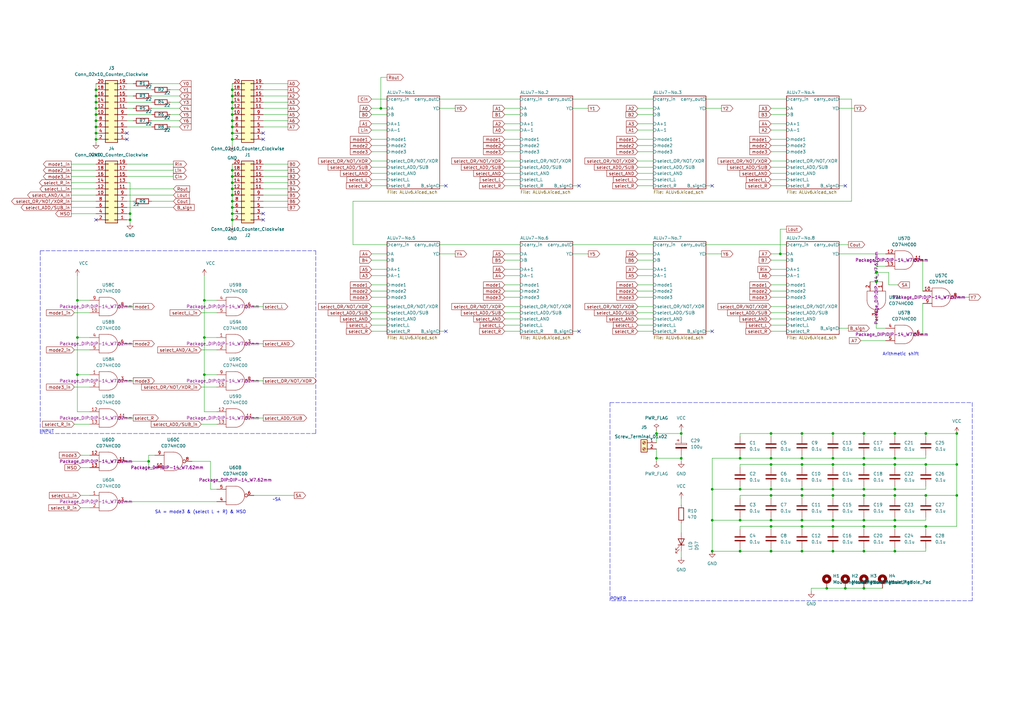
<source format=kicad_sch>
(kicad_sch (version 20211123) (generator eeschema)
  (paper "A3")
  (junction (at 320.04 104.14))
  (junction (at 31.75 123.19))
  (junction (at 316.23 203.2))
  (junction (at 341.63 187.96))
  (junction (at 60.96 189.23))
  (junction (at 303.53 200.66))
  (junction (at 95.25 36.83))
  (junction (at 392.43 177.8))
  (junction (at 53.34 90.17))
  (junction (at 39.37 52.07))
  (junction (at 83.82 153.67))
  (junction (at 95.25 85.09))
  (junction (at 328.93 190.5))
  (junction (at 354.33 241.3))
  (junction (at 39.37 41.91))
  (junction (at 39.37 57.15))
  (junction (at 354.33 177.8))
  (junction (at 354.33 190.5))
  (junction (at 269.24 177.8))
  (junction (at 367.03 203.2))
  (junction (at 354.33 187.96))
  (junction (at 367.03 177.8))
  (junction (at 328.93 203.2))
  (junction (at 328.93 215.9))
  (junction (at 292.1 200.66))
  (junction (at 346.71 241.3))
  (junction (at 328.93 213.36))
  (junction (at 341.63 226.06))
  (junction (at 279.4 177.8))
  (junction (at 316.23 177.8))
  (junction (at 316.23 187.96))
  (junction (at 95.25 46.99))
  (junction (at 95.25 72.39))
  (junction (at 367.03 187.96))
  (junction (at 341.63 190.5))
  (junction (at 316.23 226.06))
  (junction (at 279.4 187.96))
  (junction (at 379.73 203.2))
  (junction (at 39.37 39.37))
  (junction (at 95.25 54.61))
  (junction (at 303.53 213.36))
  (junction (at 95.25 74.93))
  (junction (at 328.93 177.8))
  (junction (at 292.1 213.36))
  (junction (at 303.53 226.06))
  (junction (at 328.93 200.66))
  (junction (at 354.33 213.36))
  (junction (at 354.33 215.9))
  (junction (at 359.41 115.57))
  (junction (at 339.09 241.3))
  (junction (at 367.03 190.5))
  (junction (at 341.63 213.36))
  (junction (at 359.41 111.76))
  (junction (at 95.25 80.01))
  (junction (at 367.03 200.66))
  (junction (at 392.43 190.5))
  (junction (at 95.25 69.85))
  (junction (at 379.73 215.9))
  (junction (at 292.1 226.06))
  (junction (at 269.24 187.96))
  (junction (at 341.63 177.8))
  (junction (at 354.33 203.2))
  (junction (at 316.23 190.5))
  (junction (at 367.03 215.9))
  (junction (at 303.53 187.96))
  (junction (at 341.63 215.9))
  (junction (at 367.03 226.06))
  (junction (at 39.37 44.45))
  (junction (at 367.03 213.36))
  (junction (at 95.25 90.17))
  (junction (at 341.63 200.66))
  (junction (at 83.82 138.43))
  (junction (at 53.34 87.63))
  (junction (at 83.82 123.19))
  (junction (at 31.75 138.43))
  (junction (at 95.25 49.53))
  (junction (at 379.73 177.8))
  (junction (at 316.23 215.9))
  (junction (at 95.25 87.63))
  (junction (at 316.23 213.36))
  (junction (at 95.25 39.37))
  (junction (at 95.25 57.15))
  (junction (at 95.25 82.55))
  (junction (at 341.63 203.2))
  (junction (at 39.37 46.99))
  (junction (at 39.37 36.83))
  (junction (at 95.25 44.45))
  (junction (at 354.33 226.06))
  (junction (at 95.25 52.07))
  (junction (at 31.75 153.67))
  (junction (at 156.21 44.45))
  (junction (at 328.93 187.96))
  (junction (at 354.33 200.66))
  (junction (at 392.43 203.2))
  (junction (at 95.25 41.91))
  (junction (at 328.93 226.06))
  (junction (at 316.23 200.66))
  (junction (at 39.37 49.53))
  (junction (at 39.37 54.61))
  (junction (at 379.73 190.5))
  (junction (at 95.25 77.47))
  (no_connect (at 107.95 54.61))
  (no_connect (at 292.1 135.89))
  (no_connect (at 237.49 135.89))
  (no_connect (at 182.88 135.89))
  (no_connect (at 346.71 76.2))
  (no_connect (at 52.07 57.15))
  (no_connect (at 107.95 57.15))
  (no_connect (at 107.95 90.17))
  (no_connect (at 52.07 54.61))
  (no_connect (at 107.95 87.63))
  (no_connect (at 182.88 76.2))
  (no_connect (at 292.1 76.2))
  (no_connect (at 237.49 76.2))
  (no_connect (at 39.37 90.17))
  (wire (pts (xy 39.37 82.55) (xy 29.21 82.55)))
  (wire (pts (xy 316.23 104.14) (xy 320.04 104.14)))
  (wire (pts (xy 261.62 44.45) (xy 267.97 44.45)))
  (wire (pts (xy 52.07 85.09) (xy 71.12 85.09)))
  (wire (pts (xy 180.34 40.64) (xy 213.36 40.64)))
  (wire (pts (xy 107.95 74.93) (xy 118.11 74.93)))
  (polyline (pts (xy 250.19 165.1) (xy 250.19 246.38)))
  (wire (pts (xy 367.03 212.09) (xy 367.03 213.36)))
  (wire (pts (xy 341.63 213.36) (xy 354.33 213.36)))
  (wire (pts (xy 341.63 199.39) (xy 341.63 200.66)))
  (wire (pts (xy 39.37 46.99) (xy 39.37 49.53)))
  (wire (pts (xy 63.5 186.69) (xy 60.96 186.69)))
  (wire (pts (xy 152.4 76.2) (xy 158.75 76.2)))
  (wire (pts (xy 52.07 49.53) (xy 54.61 49.53)))
  (wire (pts (xy 83.82 138.43) (xy 88.9 138.43)))
  (wire (pts (xy 354.33 226.06) (xy 367.03 226.06)))
  (wire (pts (xy 261.62 119.38) (xy 267.97 119.38)))
  (wire (pts (xy 332.74 241.3) (xy 332.74 242.57)))
  (wire (pts (xy 354.33 187.96) (xy 367.03 187.96)))
  (wire (pts (xy 207.01 46.99) (xy 213.36 46.99)))
  (wire (pts (xy 303.53 200.66) (xy 316.23 200.66)))
  (wire (pts (xy 31.75 113.03) (xy 31.75 123.19)))
  (wire (pts (xy 152.4 66.04) (xy 158.75 66.04)))
  (wire (pts (xy 30.48 173.99) (xy 36.83 173.99)))
  (wire (pts (xy 207.01 66.04) (xy 213.36 66.04)))
  (wire (pts (xy 107.95 69.85) (xy 118.11 69.85)))
  (wire (pts (xy 316.23 213.36) (xy 328.93 213.36)))
  (wire (pts (xy 207.01 106.68) (xy 213.36 106.68)))
  (wire (pts (xy 180.34 76.2) (xy 182.88 76.2)))
  (wire (pts (xy 152.4 57.15) (xy 158.75 57.15)))
  (wire (pts (xy 83.82 138.43) (xy 83.82 153.67)))
  (wire (pts (xy 31.75 138.43) (xy 36.83 138.43)))
  (wire (pts (xy 62.23 44.45) (xy 73.66 44.45)))
  (wire (pts (xy 53.34 74.93) (xy 53.34 87.63)))
  (wire (pts (xy 180.34 44.45) (xy 186.69 44.45)))
  (wire (pts (xy 152.4 44.45) (xy 156.21 44.45)))
  (wire (pts (xy 354.33 215.9) (xy 354.33 217.17)))
  (wire (pts (xy 367.03 215.9) (xy 379.73 215.9)))
  (wire (pts (xy 353.06 139.7) (xy 363.22 139.7)))
  (wire (pts (xy 328.93 215.9) (xy 341.63 215.9)))
  (wire (pts (xy 303.53 186.69) (xy 303.53 187.96)))
  (wire (pts (xy 341.63 190.5) (xy 341.63 191.77)))
  (wire (pts (xy 152.4 104.14) (xy 158.75 104.14)))
  (wire (pts (xy 378.46 124.46) (xy 378.46 137.16)))
  (wire (pts (xy 279.4 186.69) (xy 279.4 187.96)))
  (wire (pts (xy 349.25 82.55) (xy 144.78 82.55)))
  (wire (pts (xy 261.62 121.92) (xy 267.97 121.92)))
  (wire (pts (xy 368.3 116.84) (xy 364.49 116.84)))
  (wire (pts (xy 341.63 226.06) (xy 354.33 226.06)))
  (wire (pts (xy 339.09 241.3) (xy 332.74 241.3)))
  (wire (pts (xy 82.55 158.75) (xy 88.9 158.75)))
  (wire (pts (xy 107.95 82.55) (xy 118.11 82.55)))
  (wire (pts (xy 30.48 158.75) (xy 36.83 158.75)))
  (wire (pts (xy 379.73 212.09) (xy 379.73 213.36)))
  (wire (pts (xy 95.25 54.61) (xy 95.25 57.15)))
  (wire (pts (xy 31.75 138.43) (xy 31.75 153.67)))
  (wire (pts (xy 180.34 100.33) (xy 213.36 100.33)))
  (wire (pts (xy 328.93 190.5) (xy 328.93 191.77)))
  (wire (pts (xy 152.4 62.23) (xy 158.75 62.23)))
  (wire (pts (xy 261.62 59.69) (xy 267.97 59.69)))
  (wire (pts (xy 95.25 39.37) (xy 95.25 41.91)))
  (wire (pts (xy 344.17 134.62) (xy 347.98 134.62)))
  (wire (pts (xy 303.53 213.36) (xy 316.23 213.36)))
  (wire (pts (xy 152.4 130.81) (xy 158.75 130.81)))
  (wire (pts (xy 207.01 62.23) (xy 213.36 62.23)))
  (wire (pts (xy 152.4 119.38) (xy 158.75 119.38)))
  (wire (pts (xy 328.93 177.8) (xy 328.93 179.07)))
  (wire (pts (xy 207.01 104.14) (xy 213.36 104.14)))
  (wire (pts (xy 152.4 133.35) (xy 158.75 133.35)))
  (wire (pts (xy 234.95 104.14) (xy 241.3 104.14)))
  (wire (pts (xy 379.73 190.5) (xy 392.43 190.5)))
  (wire (pts (xy 156.21 31.75) (xy 156.21 44.45)))
  (wire (pts (xy 152.4 106.68) (xy 158.75 106.68)))
  (wire (pts (xy 39.37 85.09) (xy 29.21 85.09)))
  (wire (pts (xy 354.33 241.3) (xy 346.71 241.3)))
  (wire (pts (xy 328.93 186.69) (xy 328.93 187.96)))
  (wire (pts (xy 316.23 203.2) (xy 328.93 203.2)))
  (wire (pts (xy 316.23 116.84) (xy 322.58 116.84)))
  (wire (pts (xy 152.4 50.8) (xy 158.75 50.8)))
  (wire (pts (xy 95.25 72.39) (xy 95.25 74.93)))
  (wire (pts (xy 359.41 134.62) (xy 363.22 134.62)))
  (wire (pts (xy 39.37 44.45) (xy 39.37 46.99)))
  (wire (pts (xy 364.49 116.84) (xy 364.49 111.76)))
  (wire (pts (xy 95.25 46.99) (xy 95.25 49.53)))
  (wire (pts (xy 52.07 74.93) (xy 53.34 74.93)))
  (wire (pts (xy 320.04 104.14) (xy 322.58 104.14)))
  (wire (pts (xy 152.4 121.92) (xy 158.75 121.92)))
  (wire (pts (xy 303.53 224.79) (xy 303.53 226.06)))
  (wire (pts (xy 261.62 125.73) (xy 267.97 125.73)))
  (wire (pts (xy 316.23 212.09) (xy 316.23 213.36)))
  (wire (pts (xy 397.51 121.92) (xy 393.7 121.92)))
  (wire (pts (xy 303.53 212.09) (xy 303.53 213.36)))
  (wire (pts (xy 261.62 135.89) (xy 267.97 135.89)))
  (wire (pts (xy 341.63 224.79) (xy 341.63 226.06)))
  (wire (pts (xy 107.95 44.45) (xy 118.11 44.45)))
  (wire (pts (xy 88.9 123.19) (xy 83.82 123.19)))
  (wire (pts (xy 104.14 140.97) (xy 107.95 140.97)))
  (wire (pts (xy 292.1 226.06) (xy 303.53 226.06)))
  (wire (pts (xy 303.53 179.07) (xy 303.53 177.8)))
  (wire (pts (xy 261.62 106.68) (xy 267.97 106.68)))
  (wire (pts (xy 367.03 190.5) (xy 367.03 191.77)))
  (wire (pts (xy 207.01 53.34) (xy 213.36 53.34)))
  (wire (pts (xy 341.63 177.8) (xy 354.33 177.8)))
  (wire (pts (xy 78.74 189.23) (xy 86.36 189.23)))
  (wire (pts (xy 292.1 200.66) (xy 303.53 200.66)))
  (wire (pts (xy 261.62 104.14) (xy 267.97 104.14)))
  (wire (pts (xy 359.41 115.57) (xy 359.41 111.76)))
  (wire (pts (xy 344.17 100.33) (xy 347.98 100.33)))
  (wire (pts (xy 152.4 71.12) (xy 158.75 71.12)))
  (wire (pts (xy 316.23 66.04) (xy 322.58 66.04)))
  (wire (pts (xy 144.78 100.33) (xy 158.75 100.33)))
  (wire (pts (xy 82.55 173.99) (xy 88.9 173.99)))
  (wire (pts (xy 52.07 205.74) (xy 88.9 205.74)))
  (wire (pts (xy 354.33 190.5) (xy 367.03 190.5)))
  (wire (pts (xy 261.62 73.66) (xy 267.97 73.66)))
  (wire (pts (xy 144.78 82.55) (xy 144.78 100.33)))
  (wire (pts (xy 328.93 224.79) (xy 328.93 226.06)))
  (wire (pts (xy 207.01 125.73) (xy 213.36 125.73)))
  (wire (pts (xy 354.33 203.2) (xy 367.03 203.2)))
  (wire (pts (xy 52.07 125.73) (xy 54.61 125.73)))
  (wire (pts (xy 303.53 191.77) (xy 303.53 190.5)))
  (wire (pts (xy 289.56 100.33) (xy 322.58 100.33)))
  (wire (pts (xy 261.62 110.49) (xy 267.97 110.49)))
  (wire (pts (xy 152.4 68.58) (xy 158.75 68.58)))
  (wire (pts (xy 69.85 36.83) (xy 73.66 36.83)))
  (wire (pts (xy 152.4 116.84) (xy 158.75 116.84)))
  (wire (pts (xy 328.93 203.2) (xy 341.63 203.2)))
  (wire (pts (xy 36.83 123.19) (xy 31.75 123.19)))
  (wire (pts (xy 359.41 130.81) (xy 359.41 134.62)))
  (wire (pts (xy 104.14 125.73) (xy 107.95 125.73)))
  (wire (pts (xy 53.34 90.17) (xy 52.07 90.17)))
  (wire (pts (xy 30.48 143.51) (xy 36.83 143.51)))
  (wire (pts (xy 62.23 49.53) (xy 73.66 49.53)))
  (wire (pts (xy 207.01 50.8) (xy 213.36 50.8)))
  (wire (pts (xy 95.25 74.93) (xy 95.25 77.47)))
  (wire (pts (xy 36.83 168.91) (xy 31.75 168.91)))
  (wire (pts (xy 207.01 73.66) (xy 213.36 73.66)))
  (wire (pts (xy 328.93 199.39) (xy 328.93 200.66)))
  (wire (pts (xy 207.01 130.81) (xy 213.36 130.81)))
  (wire (pts (xy 379.73 186.69) (xy 379.73 187.96)))
  (wire (pts (xy 316.23 121.92) (xy 322.58 121.92)))
  (wire (pts (xy 261.62 133.35) (xy 267.97 133.35)))
  (wire (pts (xy 328.93 213.36) (xy 341.63 213.36)))
  (wire (pts (xy 261.62 130.81) (xy 267.97 130.81)))
  (wire (pts (xy 341.63 215.9) (xy 341.63 217.17)))
  (wire (pts (xy 303.53 217.17) (xy 303.53 215.9)))
  (wire (pts (xy 269.24 176.53) (xy 269.24 177.8)))
  (wire (pts (xy 354.33 212.09) (xy 354.33 213.36)))
  (wire (pts (xy 261.62 116.84) (xy 267.97 116.84)))
  (wire (pts (xy 303.53 226.06) (xy 316.23 226.06)))
  (wire (pts (xy 354.33 177.8) (xy 367.03 177.8)))
  (wire (pts (xy 52.07 44.45) (xy 54.61 44.45)))
  (wire (pts (xy 316.23 226.06) (xy 328.93 226.06)))
  (wire (pts (xy 354.33 224.79) (xy 354.33 226.06)))
  (wire (pts (xy 95.25 69.85) (xy 95.25 72.39)))
  (wire (pts (xy 316.23 190.5) (xy 316.23 191.77)))
  (wire (pts (xy 316.23 200.66) (xy 328.93 200.66)))
  (wire (pts (xy 354.33 186.69) (xy 354.33 187.96)))
  (wire (pts (xy 316.23 130.81) (xy 322.58 130.81)))
  (wire (pts (xy 354.33 177.8) (xy 354.33 179.07)))
  (wire (pts (xy 152.4 46.99) (xy 158.75 46.99)))
  (wire (pts (xy 52.07 171.45) (xy 54.61 171.45)))
  (wire (pts (xy 354.33 203.2) (xy 354.33 204.47)))
  (wire (pts (xy 52.07 156.21) (xy 54.61 156.21)))
  (wire (pts (xy 359.41 111.76) (xy 359.41 109.22)))
  (wire (pts (xy 60.96 189.23) (xy 60.96 191.77)))
  (wire (pts (xy 39.37 80.01) (xy 29.21 80.01)))
  (wire (pts (xy 39.37 34.29) (xy 39.37 36.83)))
  (wire (pts (xy 279.4 176.53) (xy 279.4 177.8)))
  (wire (pts (xy 261.62 50.8) (xy 267.97 50.8)))
  (wire (pts (xy 303.53 203.2) (xy 316.23 203.2)))
  (wire (pts (xy 39.37 36.83) (xy 39.37 39.37)))
  (wire (pts (xy 269.24 187.96) (xy 269.24 184.15)))
  (wire (pts (xy 52.07 52.07) (xy 62.23 52.07)))
  (wire (pts (xy 354.33 199.39) (xy 354.33 200.66)))
  (wire (pts (xy 341.63 186.69) (xy 341.63 187.96)))
  (wire (pts (xy 107.95 85.09) (xy 118.11 85.09)))
  (wire (pts (xy 303.53 190.5) (xy 316.23 190.5)))
  (wire (pts (xy 316.23 119.38) (xy 322.58 119.38)))
  (wire (pts (xy 316.23 71.12) (xy 322.58 71.12)))
  (polyline (pts (xy 129.54 102.87) (xy 129.54 177.8)))
  (wire (pts (xy 316.23 215.9) (xy 328.93 215.9)))
  (wire (pts (xy 152.4 53.34) (xy 158.75 53.34)))
  (polyline (pts (xy 398.78 246.38) (xy 250.19 246.38)))
  (wire (pts (xy 207.01 68.58) (xy 213.36 68.58)))
  (wire (pts (xy 349.25 40.64) (xy 349.25 82.55)))
  (wire (pts (xy 71.12 72.39) (xy 52.07 72.39)))
  (wire (pts (xy 328.93 226.06) (xy 341.63 226.06)))
  (wire (pts (xy 95.25 77.47) (xy 95.25 80.01)))
  (wire (pts (xy 39.37 87.63) (xy 29.21 87.63)))
  (wire (pts (xy 303.53 204.47) (xy 303.53 203.2)))
  (wire (pts (xy 152.4 135.89) (xy 158.75 135.89)))
  (wire (pts (xy 234.95 40.64) (xy 267.97 40.64)))
  (wire (pts (xy 52.07 41.91) (xy 62.23 41.91)))
  (wire (pts (xy 82.55 128.27) (xy 88.9 128.27)))
  (wire (pts (xy 316.23 199.39) (xy 316.23 200.66)))
  (wire (pts (xy 316.23 59.69) (xy 322.58 59.69)))
  (wire (pts (xy 95.25 36.83) (xy 95.25 39.37)))
  (wire (pts (xy 279.4 214.63) (xy 279.4 218.44)))
  (wire (pts (xy 207.01 121.92) (xy 213.36 121.92)))
  (wire (pts (xy 367.03 186.69) (xy 367.03 187.96)))
  (wire (pts (xy 367.03 224.79) (xy 367.03 226.06)))
  (wire (pts (xy 95.25 82.55) (xy 95.25 85.09)))
  (wire (pts (xy 152.4 110.49) (xy 158.75 110.49)))
  (wire (pts (xy 52.07 46.99) (xy 62.23 46.99)))
  (wire (pts (xy 95.25 67.31) (xy 95.25 69.85)))
  (wire (pts (xy 95.25 41.91) (xy 95.25 44.45)))
  (wire (pts (xy 367.03 215.9) (xy 367.03 217.17)))
  (wire (pts (xy 316.23 106.68) (xy 322.58 106.68)))
  (wire (pts (xy 234.95 100.33) (xy 267.97 100.33)))
  (wire (pts (xy 107.95 34.29) (xy 118.11 34.29)))
  (wire (pts (xy 207.01 128.27) (xy 213.36 128.27)))
  (wire (pts (xy 367.03 226.06) (xy 379.73 226.06)))
  (wire (pts (xy 292.1 213.36) (xy 303.53 213.36)))
  (wire (pts (xy 316.23 187.96) (xy 328.93 187.96)))
  (wire (pts (xy 69.85 41.91) (xy 73.66 41.91)))
  (wire (pts (xy 316.23 113.03) (xy 322.58 113.03)))
  (wire (pts (xy 379.73 203.2) (xy 392.43 203.2)))
  (wire (pts (xy 95.25 90.17) (xy 95.25 92.71)))
  (wire (pts (xy 83.82 123.19) (xy 83.82 138.43)))
  (wire (pts (xy 36.83 153.67) (xy 31.75 153.67)))
  (wire (pts (xy 356.87 115.57) (xy 359.41 115.57)))
  (wire (pts (xy 303.53 187.96) (xy 292.1 187.96)))
  (wire (pts (xy 60.96 186.69) (xy 60.96 189.23)))
  (wire (pts (xy 367.03 200.66) (xy 379.73 200.66)))
  (wire (pts (xy 316.23 44.45) (xy 322.58 44.45)))
  (wire (pts (xy 392.43 177.8) (xy 392.43 190.5)))
  (wire (pts (xy 261.62 68.58) (xy 267.97 68.58)))
  (wire (pts (xy 367.03 199.39) (xy 367.03 200.66)))
  (wire (pts (xy 82.55 143.51) (xy 88.9 143.51)))
  (wire (pts (xy 328.93 215.9) (xy 328.93 217.17)))
  (wire (pts (xy 71.12 67.31) (xy 52.07 67.31)))
  (wire (pts (xy 359.41 109.22) (xy 363.22 109.22)))
  (wire (pts (xy 88.9 168.91) (xy 83.82 168.91)))
  (wire (pts (xy 341.63 215.9) (xy 354.33 215.9)))
  (wire (pts (xy 316.23 177.8) (xy 328.93 177.8)))
  (wire (pts (xy 328.93 187.96) (xy 341.63 187.96)))
  (wire (pts (xy 367.03 177.8) (xy 379.73 177.8)))
  (wire (pts (xy 207.01 76.2) (xy 213.36 76.2)))
  (wire (pts (xy 322.58 93.98) (xy 320.04 93.98)))
  (wire (pts (xy 361.95 241.3) (xy 354.33 241.3)))
  (wire (pts (xy 344.17 76.2) (xy 346.71 76.2)))
  (wire (pts (xy 33.02 191.77) (xy 36.83 191.77)))
  (wire (pts (xy 367.03 203.2) (xy 367.03 204.47)))
  (wire (pts (xy 269.24 177.8) (xy 269.24 181.61)))
  (wire (pts (xy 261.62 71.12) (xy 267.97 71.12)))
  (wire (pts (xy 316.23 215.9) (xy 316.23 217.17)))
  (wire (pts (xy 152.4 128.27) (xy 158.75 128.27)))
  (wire (pts (xy 316.23 224.79) (xy 316.23 226.06)))
  (wire (pts (xy 261.62 53.34) (xy 267.97 53.34)))
  (wire (pts (xy 39.37 67.31) (xy 29.21 67.31)))
  (wire (pts (xy 31.75 153.67) (xy 31.75 168.91)))
  (wire (pts (xy 152.4 59.69) (xy 158.75 59.69)))
  (wire (pts (xy 107.95 41.91) (xy 118.11 41.91)))
  (wire (pts (xy 344.17 40.64) (xy 349.25 40.64)))
  (wire (pts (xy 152.4 40.64) (xy 158.75 40.64)))
  (wire (pts (xy 207.01 59.69) (xy 213.36 59.69)))
  (wire (pts (xy 234.95 44.45) (xy 241.3 44.45)))
  (wire (pts (xy 289.56 135.89) (xy 292.1 135.89)))
  (wire (pts (xy 156.21 44.45) (xy 158.75 44.45)))
  (wire (pts (xy 39.37 72.39) (xy 29.21 72.39)))
  (wire (pts (xy 279.4 187.96) (xy 269.24 187.96)))
  (wire (pts (xy 316.23 135.89) (xy 322.58 135.89)))
  (wire (pts (xy 379.73 224.79) (xy 379.73 226.06)))
  (wire (pts (xy 83.82 153.67) (xy 83.82 168.91)))
  (wire (pts (xy 207.01 119.38) (xy 213.36 119.38)))
  (wire (pts (xy 341.63 203.2) (xy 354.33 203.2)))
  (wire (pts (xy 39.37 58.42) (xy 39.37 57.15)))
  (wire (pts (xy 328.93 203.2) (xy 328.93 204.47)))
  (wire (pts (xy 364.49 111.76) (xy 359.41 111.76)))
  (wire (pts (xy 341.63 200.66) (xy 354.33 200.66)))
  (wire (pts (xy 392.43 190.5) (xy 392.43 203.2)))
  (wire (pts (xy 354.33 215.9) (xy 367.03 215.9)))
  (wire (pts (xy 328.93 177.8) (xy 341.63 177.8)))
  (wire (pts (xy 279.4 226.06) (xy 279.4 228.6)))
  (wire (pts (xy 303.53 177.8) (xy 316.23 177.8)))
  (wire (pts (xy 289.56 76.2) (xy 292.1 76.2)))
  (wire (pts (xy 62.23 39.37) (xy 73.66 39.37)))
  (wire (pts (xy 39.37 41.91) (xy 39.37 44.45)))
  (wire (pts (xy 316.23 46.99) (xy 322.58 46.99)))
  (wire (pts (xy 207.01 133.35) (xy 213.36 133.35)))
  (wire (pts (xy 52.07 34.29) (xy 54.61 34.29)))
  (wire (pts (xy 354.33 190.5) (xy 354.33 191.77)))
  (wire (pts (xy 279.4 177.8) (xy 279.4 179.07)))
  (wire (pts (xy 30.48 128.27) (xy 36.83 128.27)))
  (wire (pts (xy 346.71 241.3) (xy 339.09 241.3)))
  (wire (pts (xy 107.95 52.07) (xy 118.11 52.07)))
  (wire (pts (xy 316.23 50.8) (xy 322.58 50.8)))
  (wire (pts (xy 341.63 190.5) (xy 354.33 190.5)))
  (wire (pts (xy 316.23 73.66) (xy 322.58 73.66)))
  (polyline (pts (xy 398.78 165.1) (xy 398.78 246.38)))
  (wire (pts (xy 180.34 135.89) (xy 182.88 135.89)))
  (wire (pts (xy 359.41 115.57) (xy 361.95 115.57)))
  (wire (pts (xy 392.43 203.2) (xy 392.43 215.9)))
  (wire (pts (xy 207.01 113.03) (xy 213.36 113.03)))
  (wire (pts (xy 289.56 44.45) (xy 295.91 44.45)))
  (polyline (pts (xy 16.51 102.87) (xy 129.54 102.87)))
  (wire (pts (xy 344.17 104.14) (xy 363.22 104.14)))
  (wire (pts (xy 234.95 135.89) (xy 237.49 135.89)))
  (wire (pts (xy 95.25 57.15) (xy 95.25 59.69)))
  (wire (pts (xy 71.12 69.85) (xy 52.07 69.85)))
  (wire (pts (xy 261.62 113.03) (xy 267.97 113.03)))
  (wire (pts (xy 367.03 187.96) (xy 379.73 187.96)))
  (wire (pts (xy 62.23 34.29) (xy 73.66 34.29)))
  (wire (pts (xy 52.07 39.37) (xy 54.61 39.37)))
  (wire (pts (xy 39.37 52.07) (xy 39.37 54.61)))
  (wire (pts (xy 52.07 140.97) (xy 54.61 140.97)))
  (wire (pts (xy 95.25 34.29) (xy 95.25 36.83)))
  (wire (pts (xy 292.1 200.66) (xy 292.1 213.36)))
  (wire (pts (xy 341.63 187.96) (xy 354.33 187.96)))
  (wire (pts (xy 39.37 74.93) (xy 29.21 74.93)))
  (wire (pts (xy 328.93 200.66) (xy 341.63 200.66)))
  (wire (pts (xy 344.17 44.45) (xy 350.52 44.45)))
  (wire (pts (xy 53.34 87.63) (xy 52.07 87.63)))
  (wire (pts (xy 69.85 52.07) (xy 73.66 52.07)))
  (wire (pts (xy 269.24 189.23) (xy 269.24 187.96)))
  (wire (pts (xy 328.93 212.09) (xy 328.93 213.36)))
  (wire (pts (xy 292.1 187.96) (xy 292.1 200.66)))
  (wire (pts (xy 261.62 76.2) (xy 267.97 76.2)))
  (wire (pts (xy 379.73 177.8) (xy 379.73 179.07)))
  (wire (pts (xy 52.07 80.01) (xy 71.12 80.01)))
  (wire (pts (xy 152.4 73.66) (xy 158.75 73.66)))
  (polyline (pts (xy 250.19 165.1) (xy 398.78 165.1)))
  (wire (pts (xy 261.62 128.27) (xy 267.97 128.27)))
  (wire (pts (xy 107.95 49.53) (xy 118.11 49.53)))
  (wire (pts (xy 95.25 52.07) (xy 95.25 54.61)))
  (wire (pts (xy 289.56 40.64) (xy 322.58 40.64)))
  (wire (pts (xy 95.25 80.01) (xy 95.25 82.55)))
  (wire (pts (xy 39.37 49.53) (xy 39.37 52.07)))
  (polyline (pts (xy 16.51 102.87) (xy 16.51 177.8)))
  (wire (pts (xy 316.23 177.8) (xy 316.23 179.07)))
  (wire (pts (xy 279.4 204.47) (xy 279.4 207.01)))
  (wire (pts (xy 207.01 135.89) (xy 213.36 135.89)))
  (wire (pts (xy 107.95 77.47) (xy 118.11 77.47)))
  (wire (pts (xy 107.95 80.01) (xy 118.11 80.01)))
  (wire (pts (xy 316.23 76.2) (xy 322.58 76.2)))
  (wire (pts (xy 69.85 46.99) (xy 73.66 46.99)))
  (wire (pts (xy 367.03 177.8) (xy 367.03 179.07)))
  (wire (pts (xy 316.23 128.27) (xy 322.58 128.27)))
  (wire (pts (xy 320.04 93.98) (xy 320.04 104.14)))
  (wire (pts (xy 53.34 87.63) (xy 53.34 90.17)))
  (wire (pts (xy 234.95 76.2) (xy 237.49 76.2)))
  (wire (pts (xy 261.62 46.99) (xy 267.97 46.99)))
  (wire (pts (xy 316.23 53.34) (xy 322.58 53.34)))
  (wire (pts (xy 39.37 39.37) (xy 39.37 41.91)))
  (wire (pts (xy 107.95 67.31) (xy 118.11 67.31)))
  (wire (pts (xy 33.02 186.69) (xy 36.83 186.69)))
  (wire (pts (xy 54.61 82.55) (xy 52.07 82.55)))
  (wire (pts (xy 39.37 57.15) (xy 39.37 54.61)))
  (wire (pts (xy 207.01 110.49) (xy 213.36 110.49)))
  (wire (pts (xy 316.23 62.23) (xy 322.58 62.23)))
  (wire (pts (xy 207.01 116.84) (xy 213.36 116.84)))
  (wire (pts (xy 341.63 212.09) (xy 341.63 213.36)))
  (wire (pts (xy 279.4 177.8) (xy 269.24 177.8)))
  (wire (pts (xy 367.03 213.36) (xy 379.73 213.36)))
  (wire (pts (xy 341.63 203.2) (xy 341.63 204.47)))
  (wire (pts (xy 379.73 190.5) (xy 379.73 191.77)))
  (wire (pts (xy 207.01 57.15) (xy 213.36 57.15)))
  (wire (pts (xy 341.63 177.8) (xy 341.63 179.07)))
  (wire (pts (xy 52.07 77.47) (xy 71.12 77.47)))
  (wire (pts (xy 328.93 190.5) (xy 341.63 190.5)))
  (wire (pts (xy 33.02 203.2) (xy 36.83 203.2)))
  (wire (pts (xy 107.95 36.83) (xy 118.11 36.83)))
  (wire (pts (xy 261.62 57.15) (xy 267.97 57.15)))
  (wire (pts (xy 316.23 186.69) (xy 316.23 187.96)))
  (wire (pts (xy 152.4 125.73) (xy 158.75 125.73)))
  (wire (pts (xy 292.1 213.36) (xy 292.1 226.06)))
  (wire (pts (xy 378.46 106.68) (xy 378.46 119.38)))
  (wire (pts (xy 104.14 156.21) (xy 107.95 156.21)))
  (wire (pts (xy 303.53 187.96) (xy 316.23 187.96)))
  (wire (pts (xy 52.07 189.23) (xy 60.96 189.23)))
  (wire (pts (xy 53.34 90.17) (xy 53.34 91.44)))
  (wire (pts (xy 303.53 199.39) (xy 303.53 200.66)))
  (wire (pts (xy 354.33 213.36) (xy 367.03 213.36)))
  (wire (pts (xy 316.23 133.35) (xy 322.58 133.35)))
  (wire (pts (xy 88.9 153.67) (xy 83.82 153.67)))
  (wire (pts (xy 379.73 203.2) (xy 379.73 204.47)))
  (wire (pts (xy 316.23 57.15) (xy 322.58 57.15)))
  (wire (pts (xy 207.01 71.12) (xy 213.36 71.12)))
  (wire (pts (xy 52.07 36.83) (xy 62.23 36.83)))
  (wire (pts (xy 367.03 190.5) (xy 379.73 190.5)))
  (wire (pts (xy 316.23 68.58) (xy 322.58 68.58)))
  (wire (pts (xy 107.95 39.37) (xy 118.11 39.37)))
  (wire (pts (xy 95.25 44.45) (xy 95.25 46.99)))
  (wire (pts (xy 316.23 190.5) (xy 328.93 190.5)))
  (wire (pts (xy 316.23 125.73) (xy 322.58 125.73)))
  (wire (pts (xy 39.37 69.85) (xy 29.21 69.85)))
  (wire (pts (xy 104.14 203.2) (xy 120.65 203.2)))
  (wire (pts (xy 180.34 104.14) (xy 186.69 104.14)))
  (wire (pts (xy 95.25 85.09) (xy 95.25 87.63)))
  (wire (pts (xy 104.14 171.45) (xy 107.95 171.45)))
  (wire (pts (xy 367.03 203.2) (xy 379.73 203.2)))
  (wire (pts (xy 279.4 189.23) (xy 279.4 187.96)))
  (wire (pts (xy 303.53 215.9) (xy 316.23 215.9)))
  (wire (pts (xy 71.12 82.55) (xy 62.23 82.55)))
  (wire (pts (xy 31.75 123.19) (xy 31.75 138.43)))
  (wire (pts (xy 316.23 110.49) (xy 322.58 110.49)))
  (wire (pts (xy 95.25 49.53) (xy 95.25 52.07)))
  (wire (pts (xy 261.62 66.04) (xy 267.97 66.04)))
  (wire (pts (xy 152.4 113.03) (xy 158.75 113.03)))
  (wire (pts (xy 379.73 215.9) (xy 379.73 217.17)))
  (wire (pts (xy 39.37 77.47) (xy 29.21 77.47)))
  (wire (pts (xy 261.62 62.23) (xy 267.97 62.23)))
  (wire (pts (xy 86.36 200.66) (xy 88.9 200.66)))
  (wire (pts (xy 379.73 215.9) (xy 392.43 215.9)))
  (wire (pts (xy 354.33 200.66) (xy 367.03 200.66)))
  (wire (pts (xy 158.75 31.75) (xy 156.21 31.75)))
  (wire (pts (xy 316.23 203.2) (xy 316.23 204.47)))
  (wire (pts (xy 86.36 189.23) (xy 86.36 200.66)))
  (wire (pts (xy 379.73 199.39) (xy 379.73 200.66)))
  (polyline (pts (xy 129.54 177.8) (xy 16.51 177.8)))
  (wire (pts (xy 107.95 72.39) (xy 118.11 72.39)))
  (wire (pts (xy 33.02 208.28) (xy 36.83 208.28)))
  (wire (pts (xy 207.01 44.45) (xy 213.36 44.45)))
  (wire (pts (xy 60.96 191.77) (xy 63.5 191.77)))
  (wire (pts (xy 379.73 177.8) (xy 392.43 177.8)))
  (wire (pts (xy 83.82 113.03) (xy 83.82 123.19)))
  (wire (pts (xy 289.56 104.14) (xy 295.91 104.14)))
  (wire (pts (xy 107.95 46.99) (xy 118.11 46.99)))
  (wire (pts (xy 95.25 87.63) (xy 95.25 90.17)))
  (text "Arithmetic shift" (at 361.95 146.05 0) (effects (font (size 1.27 1.27)) (justify left bottom)))
  (text "POWER" (at 250.19 246.38 0) (effects (font (size 1.27 1.27)) (justify left bottom)))
  (text "INPUT" (at 16.51 177.8 0) (effects (font (size 1.27 1.27)) (justify left bottom)))
  (text "SA = mode3 & (select L + R) & MSO" (at 63.5 210.82 0) (effects (font (size 1.27 1.27)) (justify left bottom)))
  (text "~SA" (at 111.76 205.74 0) (effects (font (size 1.27 1.27)) (justify left bottom)))
  (global_label "A4" (shape output) (at 118.11 44.45 0) (property "Intersheet References" "${INTERSHEET_REFS}" (effects hide)))
  (global_label "select_OR{slash}NOT{slash}XOR" (shape input) (at 261.62 125.73 180) (property "Intersheet References" "${INTERSHEET_REFS}" (effects hide)))
  (global_label "Y4" (shape input) (at 73.66 44.45 0) (property "Intersheet References" "${INTERSHEET_REFS}" (effects hide)))
  (global_label "select_ADD{slash}SUB" (shape input) (at 152.4 68.58 180) (property "Intersheet References" "${INTERSHEET_REFS}" (effects hide)))
  (global_label "select_R" (shape input) (at 261.62 76.2 180) (property "Intersheet References" "${INTERSHEET_REFS}" (effects hide)))
  (global_label "select_AND" (shape input) (at 207.01 130.81 180) (property "Intersheet References" "${INTERSHEET_REFS}" (effects hide)))
  (global_label "mode3" (shape input) (at 316.23 62.23 180) (property "Intersheet References" "${INTERSHEET_REFS}" (effects hide)))
  (global_label "B3" (shape output) (at 118.11 74.93 0) (property "Intersheet References" "${INTERSHEET_REFS}" (effects hide)))
  (global_label "select_L" (shape input) (at 316.23 73.66 180) (property "Intersheet References" "${INTERSHEET_REFS}" (effects hide)))
  (global_label "Y2" (shape input) (at 73.66 39.37 0) (property "Intersheet References" "${INTERSHEET_REFS}" (effects hide)))
  (global_label "Y7" (shape output) (at 397.51 121.92 0) (property "Intersheet References" "${INTERSHEET_REFS}" (effects hide)))
  (global_label "B_sign" (shape output) (at 347.98 134.62 0) (property "Intersheet References" "${INTERSHEET_REFS}" (effects hide)))
  (global_label "select_ADD{slash}SUB_in" (shape input) (at 82.55 173.99 180) (property "シート間のリファレンス" "${INTERSHEET_REFS}" (effects hide)))
  (global_label "A1" (shape input) (at 261.62 53.34 180) (property "Intersheet References" "${INTERSHEET_REFS}" (effects hide)))
  (global_label "Y5" (shape input) (at 73.66 46.99 0) (property "Intersheet References" "${INTERSHEET_REFS}" (effects hide)))
  (global_label "select_ADD{slash}SUB" (shape input) (at 261.62 128.27 180) (property "Intersheet References" "${INTERSHEET_REFS}" (effects hide)))
  (global_label "mode2" (shape input) (at 152.4 119.38 180) (property "Intersheet References" "${INTERSHEET_REFS}" (effects hide)))
  (global_label "mode2_in" (shape input) (at 30.48 143.51 180) (property "シート間のリファレンス" "${INTERSHEET_REFS}" (effects hide)))
  (global_label "B1" (shape output) (at 118.11 69.85 0) (property "Intersheet References" "${INTERSHEET_REFS}" (effects hide)))
  (global_label "select_AND{slash}A_in" (shape input) (at 82.55 143.51 180) (property "シート間のリファレンス" "${INTERSHEET_REFS}" (effects hide)))
  (global_label "mode3_in" (shape output) (at 29.21 72.39 180) (property "シート間のリファレンス" "${INTERSHEET_REFS}" (effects hide)))
  (global_label "B7" (shape input) (at 316.23 106.68 180) (property "Intersheet References" "${INTERSHEET_REFS}" (effects hide)))
  (global_label "B4" (shape output) (at 118.11 77.47 0) (property "Intersheet References" "${INTERSHEET_REFS}" (effects hide)))
  (global_label "select_R_in" (shape input) (at 33.02 208.28 180) (property "シート間のリファレンス" "${INTERSHEET_REFS}" (effects hide)))
  (global_label "A3" (shape output) (at 118.11 41.91 0) (property "Intersheet References" "${INTERSHEET_REFS}" (effects hide)))
  (global_label "A0" (shape output) (at 118.11 34.29 0) (property "Intersheet References" "${INTERSHEET_REFS}" (effects hide)))
  (global_label "select_L" (shape output) (at 107.95 125.73 0) (property "Intersheet References" "${INTERSHEET_REFS}" (effects hide)))
  (global_label "A6" (shape input) (at 316.23 113.03 180) (property "Intersheet References" "${INTERSHEET_REFS}" (effects hide)))
  (global_label "SA" (shape output) (at 120.65 203.2 0) (property "シート間のリファレンス" "${INTERSHEET_REFS}" (effects hide)))
  (global_label "select_R" (shape input) (at 316.23 76.2 180) (property "Intersheet References" "${INTERSHEET_REFS}" (effects hide)))
  (global_label "select_L" (shape input) (at 207.01 73.66 180) (property "Intersheet References" "${INTERSHEET_REFS}" (effects hide)))
  (global_label "B_sign" (shape input) (at 71.12 85.09 0) (property "Intersheet References" "${INTERSHEET_REFS}" (effects hide)))
  (global_label "select_AND" (shape input) (at 152.4 71.12 180) (property "Intersheet References" "${INTERSHEET_REFS}" (effects hide)))
  (global_label "Cin" (shape input) (at 152.4 40.64 180) (property "Intersheet References" "${INTERSHEET_REFS}" (effects hide)))
  (global_label "mode1" (shape input) (at 207.01 57.15 180) (property "Intersheet References" "${INTERSHEET_REFS}" (effects hide)))
  (global_label "Y7" (shape input) (at 73.66 52.07 0) (property "Intersheet References" "${INTERSHEET_REFS}" (effects hide)))
  (global_label "Lout" (shape input) (at 71.12 80.01 0) (property "Intersheet References" "${INTERSHEET_REFS}" (effects hide)))
  (global_label "select_R" (shape input) (at 152.4 135.89 180) (property "Intersheet References" "${INTERSHEET_REFS}" (effects hide)))
  (global_label "mode1" (shape input) (at 261.62 116.84 180) (property "Intersheet References" "${INTERSHEET_REFS}" (effects hide)))
  (global_label "mode3" (shape input) (at 152.4 62.23 180) (property "Intersheet References" "${INTERSHEET_REFS}" (effects hide)))
  (global_label "A1" (shape input) (at 152.4 50.8 180) (property "Intersheet References" "${INTERSHEET_REFS}" (effects hide)))
  (global_label "mode2" (shape input) (at 316.23 119.38 180) (property "Intersheet References" "${INTERSHEET_REFS}" (effects hide)))
  (global_label "A1" (shape output) (at 118.11 36.83 0) (property "Intersheet References" "${INTERSHEET_REFS}" (effects hide)))
  (global_label "select_OR{slash}NOT{slash}XOR" (shape input) (at 152.4 125.73 180) (property "Intersheet References" "${INTERSHEET_REFS}" (effects hide)))
  (global_label "A1" (shape input) (at 207.01 44.45 180) (property "Intersheet References" "${INTERSHEET_REFS}" (effects hide)))
  (global_label "A2" (shape output) (at 118.11 39.37 0) (property "Intersheet References" "${INTERSHEET_REFS}" (effects hide)))
  (global_label "select_OR{slash}NOT{slash}XOR" (shape input) (at 207.01 125.73 180) (property "Intersheet References" "${INTERSHEET_REFS}" (effects hide)))
  (global_label "select_ADD{slash}SUB" (shape input) (at 207.01 68.58 180) (property "Intersheet References" "${INTERSHEET_REFS}" (effects hide)))
  (global_label "A6" (shape input) (at 207.01 110.49 180) (property "Intersheet References" "${INTERSHEET_REFS}" (effects hide)))
  (global_label "B5" (shape input) (at 207.01 106.68 180) (property "Intersheet References" "${INTERSHEET_REFS}" (effects hide)))
  (global_label "Rin" (shape output) (at 71.12 67.31 0) (property "Intersheet References" "${INTERSHEET_REFS}" (effects hide)))
  (global_label "mode3_in" (shape input) (at 30.48 158.75 180) (property "シート間のリファレンス" "${INTERSHEET_REFS}" (effects hide)))
  (global_label "mode3" (shape output) (at 54.61 156.21 0) (property "Intersheet References" "${INTERSHEET_REFS}" (effects hide)))
  (global_label "select_L" (shape input) (at 261.62 73.66 180) (property "Intersheet References" "${INTERSHEET_REFS}" (effects hide)))
  (global_label "A2" (shape input) (at 261.62 44.45 180) (property "Intersheet References" "${INTERSHEET_REFS}" (effects hide)))
  (global_label "mode2_in" (shape output) (at 29.21 69.85 180) (property "シート間のリファレンス" "${INTERSHEET_REFS}" (effects hide)))
  (global_label "mode1_in" (shape input) (at 30.48 128.27 180) (property "シート間のリファレンス" "${INTERSHEET_REFS}" (effects hide)))
  (global_label "A3" (shape input) (at 261.62 50.8 180) (property "Intersheet References" "${INTERSHEET_REFS}" (effects hide)))
  (global_label "MSO" (shape input) (at 33.02 191.77 180) (property "Intersheet References" "${INTERSHEET_REFS}" (effects hide)))
  (global_label "A5" (shape input) (at 152.4 110.49 180) (property "Intersheet References" "${INTERSHEET_REFS}" (effects hide)))
  (global_label "Lin" (shape input) (at 152.4 53.34 180) (property "Intersheet References" "${INTERSHEET_REFS}" (effects hide)))
  (global_label "select_ADD{slash}SUB" (shape input) (at 316.23 68.58 180) (property "Intersheet References" "${INTERSHEET_REFS}" (effects hide)))
  (global_label "A4" (shape input) (at 207.01 113.03 180) (property "Intersheet References" "${INTERSHEET_REFS}" (effects hide)))
  (global_label "SA" (shape input) (at 368.3 116.84 0) (property "Intersheet References" "${INTERSHEET_REFS}" (effects hide)))
  (global_label "mode2" (shape input) (at 207.01 59.69 180) (property "Intersheet References" "${INTERSHEET_REFS}" (effects hide)))
  (global_label "Cout" (shape input) (at 71.12 82.55 0) (property "Intersheet References" "${INTERSHEET_REFS}" (effects hide)))
  (global_label "A3" (shape input) (at 316.23 44.45 180) (property "Intersheet References" "${INTERSHEET_REFS}" (effects hide)))
  (global_label "select_L_in" (shape output) (at 29.21 77.47 180) (property "シート間のリファレンス" "${INTERSHEET_REFS}" (effects hide)))
  (global_label "B0" (shape input) (at 152.4 46.99 180) (property "Intersheet References" "${INTERSHEET_REFS}" (effects hide)))
  (global_label "Rout" (shape output) (at 158.75 31.75 0) (property "Intersheet References" "${INTERSHEET_REFS}" (effects hide)))
  (global_label "Y3" (shape output) (at 350.52 44.45 0) (property "Intersheet References" "${INTERSHEET_REFS}" (effects hide)))
  (global_label "mode1_in" (shape output) (at 29.21 67.31 180) (property "シート間のリファレンス" "${INTERSHEET_REFS}" (effects hide)))
  (global_label "A0" (shape input) (at 207.01 53.34 180) (property "Intersheet References" "${INTERSHEET_REFS}" (effects hide)))
  (global_label "select_ADD{slash}SUB" (shape input) (at 316.23 128.27 180) (property "Intersheet References" "${INTERSHEET_REFS}" (effects hide)))
  (global_label "A2" (shape input) (at 207.01 50.8 180) (property "Intersheet References" "${INTERSHEET_REFS}" (effects hide)))
  (global_label "A7" (shape input) (at 353.06 139.7 180) (property "Intersheet References" "${INTERSHEET_REFS}" (effects hide)))
  (global_label "B2" (shape input) (at 261.62 46.99 180) (property "Intersheet References" "${INTERSHEET_REFS}" (effects hide)))
  (global_label "mode3" (shape input) (at 261.62 62.23 180) (property "Intersheet References" "${INTERSHEET_REFS}" (effects hide)))
  (global_label "select_OR{slash}NOT{slash}XOR" (shape input) (at 152.4 66.04 180) (property "Intersheet References" "${INTERSHEET_REFS}" (effects hide)))
  (global_label "select_OR{slash}NOT{slash}XOR_in" (shape output) (at 29.21 82.55 180) (property "シート間のリファレンス" "${INTERSHEET_REFS}" (effects hide)))
  (global_label "select_OR{slash}NOT{slash}XOR" (shape input) (at 261.62 66.04 180) (property "Intersheet References" "${INTERSHEET_REFS}" (effects hide)))
  (global_label "select_R" (shape input) (at 316.23 135.89 180) (property "Intersheet References" "${INTERSHEET_REFS}" (effects hide)))
  (global_label "select_ADD{slash}SUB" (shape output) (at 107.95 171.45 0) (property "Intersheet References" "${INTERSHEET_REFS}" (effects hide)))
  (global_label "mode1" (shape input) (at 152.4 116.84 180) (property "Intersheet References" "${INTERSHEET_REFS}" (effects hide)))
  (global_label "B4" (shape input) (at 152.4 106.68 180) (property "Intersheet References" "${INTERSHEET_REFS}" (effects hide)))
  (global_label "Y3" (shape input) (at 73.66 41.91 0) (property "Intersheet References" "${INTERSHEET_REFS}" (effects hide)))
  (global_label "Y5" (shape output) (at 241.3 104.14 0) (property "Intersheet References" "${INTERSHEET_REFS}" (effects hide)))
  (global_label "select_OR{slash}NOT{slash}XOR" (shape input) (at 316.23 125.73 180) (property "Intersheet References" "${INTERSHEET_REFS}" (effects hide)))
  (global_label "mode3" (shape input) (at 207.01 121.92 180) (property "Intersheet References" "${INTERSHEET_REFS}" (effects hide)))
  (global_label "select_AND" (shape input) (at 152.4 130.81 180) (property "Intersheet References" "${INTERSHEET_REFS}" (effects hide)))
  (global_label "A3" (shape input) (at 152.4 113.03 180) (property "Intersheet References" "${INTERSHEET_REFS}" (effects hide)))
  (global_label "select_R_in" (shape output) (at 29.21 74.93 180) (property "シート間のリファレンス" "${INTERSHEET_REFS}" (effects hide)))
  (global_label "select_L" (shape input) (at 261.62 133.35 180) (property "Intersheet References" "${INTERSHEET_REFS}" (effects hide)))
  (global_label "select_OR{slash}NOT{slash}XOR" (shape output) (at 107.95 156.21 0) (property "Intersheet References" "${INTERSHEET_REFS}" (effects hide)))
  (global_label "A7" (shape input) (at 316.23 104.14 180) (property "Intersheet References" "${INTERSHEET_REFS}" (effects hide)))
  (global_label "select_L" (shape input) (at 152.4 133.35 180) (property "Intersheet References" "${INTERSHEET_REFS}" (effects hide)))
  (global_label "select_L_in" (shape input) (at 82.55 128.27 180) (property "シート間のリファレンス" "${INTERSHEET_REFS}" (effects hide)))
  (global_label "Rin" (shape input) (at 316.23 110.49 180) (property "Intersheet References" "${INTERSHEET_REFS}" (effects hide)))
  (global_label "select_L_in" (shape input) (at 33.02 203.2 180) (property "シート間のリファレンス" "${INTERSHEET_REFS}" (effects hide)))
  (global_label "A5" (shape output) (at 118.11 46.99 0) (property "Intersheet References" "${INTERSHEET_REFS}" (effects hide)))
  (global_label "A6" (shape input) (at 261.62 104.14 180) (property "Intersheet References" "${INTERSHEET_REFS}" (effects hide)))
  (global_label "A5" (shape input) (at 207.01 104.14 180) (property "Intersheet References" "${INTERSHEET_REFS}" (effects hide)))
  (global_label "select_OR{slash}NOT{slash}XOR" (shape input) (at 316.23 66.04 180) (property "Intersheet References" "${INTERSHEET_REFS}" (effects hide)))
  (global_label "mode2" (shape input) (at 261.62 59.69 180) (property "Intersheet References" "${INTERSHEET_REFS}" (effects hide)))
  (global_label "Lin" (shape output) (at 71.12 69.85 0) (property "Intersheet References" "${INTERSHEET_REFS}" (effects hide)))
  (global_label "Y2" (shape output) (at 295.91 44.45 0) (property "Intersheet References" "${INTERSHEET_REFS}" (effects hide)))
  (global_label "B3" (shape input) (at 316.23 46.99 180) (property "Intersheet References" "${INTERSHEET_REFS}" (effects hide)))
  (global_label "select_AND" (shape input) (at 261.62 71.12 180) (property "Intersheet References" "${INTERSHEET_REFS}" (effects hide)))
  (global_label "Cin" (shape output) (at 71.12 72.39 0) (property "Intersheet References" "${INTERSHEET_REFS}" (effects hide)))
  (global_label "B0" (shape output) (at 118.11 67.31 0) (property "Intersheet References" "${INTERSHEET_REFS}" (effects hide)))
  (global_label "A5" (shape input) (at 261.62 113.03 180) (property "Intersheet References" "${INTERSHEET_REFS}" (effects hide)))
  (global_label "mode3" (shape input) (at 207.01 62.23 180) (property "Intersheet References" "${INTERSHEET_REFS}" (effects hide)))
  (global_label "B5" (shape output) (at 118.11 80.01 0) (property "Intersheet References" "${INTERSHEET_REFS}" (effects hide)))
  (global_label "mode3" (shape input) (at 316.23 121.92 180) (property "Intersheet References" "${INTERSHEET_REFS}" (effects hide)))
  (global_label "mode3" (shape input) (at 33.02 186.69 180) (property "Intersheet References" "${INTERSHEET_REFS}" (effects hide)))
  (global_label "mode2" (shape input) (at 261.62 119.38 180) (property "Intersheet References" "${INTERSHEET_REFS}" (effects hide)))
  (global_label "select_OR{slash}NOT{slash}XOR_in" (shape input) (at 82.55 158.75 180) (property "シート間のリファレンス" "${INTERSHEET_REFS}" (effects hide)))
  (global_label "Cout" (shape output) (at 347.98 100.33 0) (property "Intersheet References" "${INTERSHEET_REFS}" (effects hide)))
  (global_label "select_R_in" (shape input) (at 30.48 173.99 180) (property "シート間のリファレンス" "${INTERSHEET_REFS}" (effects hide)))
  (global_label "mode2" (shape input) (at 316.23 59.69 180) (property "Intersheet References" "${INTERSHEET_REFS}" (effects hide)))
  (global_label "MSO" (shape output) (at 29.21 87.63 180) (property "Intersheet References" "${INTERSHEET_REFS}" (effects hide)))
  (global_label "Y4" (shape output) (at 186.69 104.14 0) (property "Intersheet References" "${INTERSHEET_REFS}" (effects hide)))
  (global_label "select_ADD{slash}SUB" (shape input) (at 152.4 128.27 180) (property "Intersheet References" "${INTERSHEET_REFS}" (effects hide)))
  (global_label "mode2" (shape output) (at 54.61 140.97 0) (property "Intersheet References" "${INTERSHEET_REFS}" (effects hide)))
  (global_label "select_AND" (shape output) (at 107.95 140.97 0) (property "Intersheet References" "${INTERSHEET_REFS}" (effects hide)))
  (global_label "B1" (shape input) (at 207.01 46.99 180) (property "Intersheet References" "${INTERSHEET_REFS}" (effects hide)))
  (global_label "mode1" (shape input) (at 152.4 57.15 180) (property "Intersheet References" "${INTERSHEET_REFS}" (effects hide)))
  (global_label "A6" (shape output) (at 118.11 49.53 0) (property "Intersheet References" "${INTERSHEET_REFS}" (effects hide)))
  (global_label "select_R" (shape input) (at 261.62 135.89 180) (property "Intersheet References" "${INTERSHEET_REFS}" (effects hide)))
  (global_label "select_AND" (shape input) (at 316.23 71.12 180) (property "Intersheet References" "${INTERSHEET_REFS}" (effects hide)))
  (global_label "B6" (shape input) (at 261.62 106.68 180) (property "Intersheet References" "${INTERSHEET_REFS}" (effects hide)))
  (global_label "select_ADD{slash}SUB" (shape input) (at 261.62 68.58 180) (property "Intersheet References" "${INTERSHEET_REFS}" (effects hide)))
  (global_label "mode1" (shape output) (at 54.61 125.73 0) (property "Intersheet References" "${INTERSHEET_REFS}" (effects hide)))
  (global_label "select_R" (shape input) (at 207.01 76.2 180) (property "Intersheet References" "${INTERSHEET_REFS}" (effects hide)))
  (global_label "B6" (shape output) (at 118.11 82.55 0) (property "Intersheet References" "${INTERSHEET_REFS}" (effects hide)))
  (global_label "Rout" (shape input) (at 71.12 77.47 0) (property "Intersheet References" "${INTERSHEET_REFS}" (effects hide)))
  (global_label "select_L" (shape input) (at 152.4 73.66 180) (property "Intersheet References" "${INTERSHEET_REFS}" (effects hide)))
  (global_label "select_L" (shape input) (at 316.23 133.35 180) (property "Intersheet References" "${INTERSHEET_REFS}" (effects hide)))
  (global_label "select_R" (shape output) (at 54.61 171.45 0) (property "Intersheet References" "${INTERSHEET_REFS}" (effects hide)))
  (global_label "mode3" (shape input) (at 261.62 121.92 180) (property "Intersheet References" "${INTERSHEET_REFS}" (effects hide)))
  (global_label "A7" (shape output) (at 118.11 52.07 0) (property "Intersheet References" "${INTERSHEET_REFS}" (effects hide)))
  (global_label "A4" (shape input) (at 152.4 104.14 180) (property "Intersheet References" "${INTERSHEET_REFS}" (effects hide)))
  (global_label "Lout" (shape output) (at 322.58 93.98 0) (property "Intersheet References" "${INTERSHEET_REFS}" (effects hide)))
  (global_label "mode2" (shape input) (at 207.01 119.38 180) (property "Intersheet References" "${INTERSHEET_REFS}" (effects hide)))
  (global_label "select_AND{slash}A_in" (shape output) (at 29.21 80.01 180) (property "シート間のリファレンス" "${INTERSHEET_REFS}" (effects hide)))
  (global_label "select_L" (shape input) (at 207.01 133.35 180) (property "Intersheet References" "${INTERSHEET_REFS}" (effects hide)))
  (global_label "mode1" (shape input) (at 316.23 57.15 180) (property "Intersheet References" "${INTERSHEET_REFS}" (effects hide)))
  (global_label "select_AND" (shape input) (at 207.01 71.12 180) (property "Intersheet References" "${INTERSHEET_REFS}" (effects hide)))
  (global_label "select_R" (shape input) (at 207.01 135.89 180) (property "Intersheet References" "${INTERSHEET_REFS}" (effects hide)))
  (global_label "select_ADD{slash}SUB" (shape input) (at 207.01 128.27 180) (property "Intersheet References" "${INTERSHEET_REFS}" (effects hide)))
  (global_label "Y0" (shape input) (at 73.66 34.29 0) (property "Intersheet References" "${INTERSHEET_REFS}" (effects hide)))
  (global_label "A4" (shape input) (at 316.23 50.8 180) (property "Intersheet References" "${INTERSHEET_REFS}" (effects hide)))
  (global_label "B7" (shape output) (at 118.11 85.09 0) (property "Intersheet References" "${INTERSHEET_REFS}" (effects hide)))
  (global_label "mode1" (shape input) (at 207.01 116.84 180) (property "Intersheet References" "${INTERSHEET_REFS}" (effects hide)))
  (global_label "mode1" (shape input) (at 261.62 57.15 180) (property "Intersheet References" "${INTERSHEET_REFS}" (effects hide)))
  (global_label "mode3" (shape input) (at 152.4 121.92 180) (property "Intersheet References" "${INTERSHEET_REFS}" (effects hide)))
  (global_label "mode2" (shape input) (at 152.4 59.69 180) (property "Intersheet References" "${INTERSHEET_REFS}" (effects hide)))
  (global_label "A0" (shape input) (at 152.4 44.45 180) (property "Intersheet References" "${INTERSHEET_REFS}" (effects hide)))
  (global_label "select_AND" (shape input) (at 316.23 130.81 180) (property "Intersheet References" "${INTERSHEET_REFS}" (effects hide)))
  (global_label "select_AND" (shape input) (at 261.62 130.81 180) (property "Intersheet References" "${INTERSHEET_REFS}" (effects hide)))
  (global_label "select_R" (shape input) (at 152.4 76.2 180) (property "Intersheet References" "${INTERSHEET_REFS}" (effects hide)))
  (global_label "A2" (shape input) (at 316.23 53.34 180) (property "Intersheet References" "${INTERSHEET_REFS}" (effects hide)))
  (global_label "B2" (shape output) (at 118.11 72.39 0) (property "Intersheet References" "${INTERSHEET_REFS}" (effects hide)))
  (global_label "Y1" (shape output) (at 241.3 44.45 0) (property "Intersheet References" "${INTERSHEET_REFS}" (effects hide)))
  (global_label "mode1" (shape input) (at 316.23 116.84 180) (property "Intersheet References" "${INTERSHEET_REFS}" (effects hide)))
  (global_label "Y6" (shape input) (at 73.66 49.53 0) (property "Intersheet References" "${INTERSHEET_REFS}" (effects hide)))
  (global_label "Y0" (shape output) (at 186.69 44.45 0) (property "Intersheet References" "${INTERSHEET_REFS}" (effects hide)))
  (global_label "select_OR{slash}NOT{slash}XOR" (shape input) (at 207.01 66.04 180) (property "Intersheet References" "${INTERSHEET_REFS}" (effects hide)))
  (global_label "Y1" (shape input) (at 73.66 36.83 0) (property "Intersheet References" "${INTERSHEET_REFS}" (effects hide)))
  (global_label "A7" (shape input) (at 261.62 110.49 180) (property "Intersheet References" "${INTERSHEET_REFS}" (effects hide)))
  (global_label "Y6" (shape output) (at 295.91 104.14 0) (property "Intersheet References" "${INTERSHEET_REFS}" (effects hide)))
  (global_label "select_ADD{slash}SUB_in" (shape output) (at 29.21 85.09 180) (property "シート間のリファレンス" "${INTERSHEET_REFS}" (effects hide)))
  (symbol (lib_id "power:VCC") (at 279.4 204.47 0) (unit 1)
    (property "Reference" "#PWR010" (effects hide))
    (property "Value" "VCC" (at 279.4 199.39 0))
  )
  (symbol (lib_id "CD74HCxx:CD74HC00") (at 44.45 125.73 0) (unit 3)
    (property "Reference" "U58" (at 44.45 116.84 0))
    (property "Value" "CD74HC00" (at 44.45 119.38 0))
    (property "Footprint" "Package_DIP:DIP-14_W7.62mm" (at 39.37 125.73 0))
  )
  (symbol (lib_id "Device:C") (at 316.23 220.98 180) (unit 1)
    (property "Reference" "C8" (at 320.04 219.7099 0) (effects (justify right)))
    (property "Value" "0.1u" (at 320.04 222.2499 0) (effects (justify right)))
    (property "Footprint" "Capacitor_THT:C_Disc_D5.0mm_W2.5mm_P5.00mm" (effects hide))
  )
  (symbol (lib_id "Device:C") (at 341.63 195.58 180) (unit 1)
    (property "Reference" "C14" (at 345.44 194.3099 0) (effects (justify right)))
    (property "Value" "0.1u" (at 345.44 196.8499 0) (effects (justify right)))
    (property "Footprint" "Capacitor_THT:C_Disc_D5.0mm_W2.5mm_P5.00mm" (effects hide))
  )
  (symbol (lib_id "Mechanical:MountingHole_Pad") (at 354.33 238.76 0) (unit 1)
    (property "Reference" "H3" (at 356.87 236.2199 0) (effects (justify left)))
    (property "Value" "MountingHole_Pad" (at 356.87 238.7599 0) (effects (justify left)))
    (property "Footprint" "MountingHole:MountingHole_3mm_Pad" (effects hide))
  )
  (symbol (lib_id "Device:R") (at 66.04 46.99 90) (unit 1)
    (property "Reference" "R6" (at 66.04 46.99 90))
    (property "Value" "22" (at 68.58 48.26 90))
    (property "Footprint" "Resistor_SMD:R_0603_1608Metric_Pad0.98x0.95mm_HandSolder" (effects hide))
  )
  (symbol (lib_id "power:VCC") (at 83.82 113.03 0) (unit 1)
    (property "Reference" "#PWR07" (effects hide))
    (property "Value" "VCC" (at 86.36 107.95 0))
  )
  (symbol (lib_id "Device:C") (at 303.53 182.88 180) (unit 1)
    (property "Reference" "C1" (at 307.34 181.6099 0) (effects (justify right)))
    (property "Value" "0.1u" (at 307.34 184.1499 0) (effects (justify right)))
    (property "Footprint" "Capacitor_THT:C_Disc_D5.0mm_W2.5mm_P5.00mm" (effects hide))
  )
  (symbol (lib_id "CD74HCxx:CD74HC00") (at 44.45 140.97 0) (unit 2)
    (property "Reference" "U58" (at 44.45 132.08 0))
    (property "Value" "CD74HC00" (at 44.45 134.62 0))
    (property "Footprint" "Package_DIP:DIP-14_W7.62mm" (at 39.37 140.97 0))
  )
  (symbol (lib_id "power:GND") (at 279.4 189.23 0) (unit 1)
    (property "Reference" "#PWR09" (effects hide))
    (property "Value" "GND" (at 279.4 194.31 0))
  )
  (symbol (lib_id "CD74HCxx:CD74HC00") (at 370.84 137.16 0) (unit 2)
    (property "Reference" "U57" (at 370.84 128.27 0))
    (property "Value" "CD74HC00" (at 370.84 130.81 0))
    (property "Footprint" "Package_DIP:DIP-14_W7.62mm" (at 365.76 137.16 0))
  )
  (symbol (lib_id "Device:C") (at 341.63 220.98 180) (unit 1)
    (property "Reference" "C16" (at 345.44 219.7099 0) (effects (justify right)))
    (property "Value" "0.1u" (at 345.44 222.2499 0) (effects (justify right)))
    (property "Footprint" "Capacitor_THT:C_Disc_D5.0mm_W2.5mm_P5.00mm" (effects hide))
  )
  (symbol (lib_id "CD74HCxx:CD74HC00") (at 96.52 171.45 0) (unit 4)
    (property "Reference" "U59" (at 96.52 162.56 0))
    (property "Value" "CD74HC00" (at 96.52 165.1 0))
    (property "Footprint" "Package_DIP:DIP-14_W7.62mm" (at 91.44 171.45 0))
  )
  (symbol (lib_id "Device:R") (at 66.04 52.07 90) (unit 1)
    (property "Reference" "R8" (at 66.04 52.07 90))
    (property "Value" "22" (at 68.58 53.34 90))
    (property "Footprint" "Resistor_SMD:R_0603_1608Metric_Pad0.98x0.95mm_HandSolder" (effects hide))
  )
  (symbol (lib_id "Device:C") (at 367.03 182.88 180) (unit 1)
    (property "Reference" "C21" (at 370.84 181.6099 0) (effects (justify right)))
    (property "Value" "0.1u" (at 370.84 184.1499 0) (effects (justify right)))
    (property "Footprint" "Capacitor_THT:C_Disc_D5.0mm_W2.5mm_P5.00mm" (effects hide))
  )
  (symbol (lib_id "Device:R") (at 58.42 49.53 90) (unit 1)
    (property "Reference" "R7" (at 58.42 49.53 90))
    (property "Value" "22" (at 60.96 50.8 90))
    (property "Footprint" "Resistor_SMD:R_0603_1608Metric_Pad0.98x0.95mm_HandSolder" (effects hide))
  )
  (symbol (lib_id "Device:C") (at 367.03 208.28 180) (unit 1)
    (property "Reference" "C23" (at 370.84 207.0099 0) (effects (justify right)))
    (property "Value" "0.1u" (at 370.84 209.5499 0) (effects (justify right)))
    (property "Footprint" "Capacitor_THT:C_Disc_D5.0mm_W2.5mm_P5.00mm" (effects hide))
  )
  (symbol (lib_id "Device:C") (at 341.63 182.88 180) (unit 1)
    (property "Reference" "C13" (at 345.44 181.6099 0) (effects (justify right)))
    (property "Value" "0.1u" (at 345.44 184.1499 0) (effects (justify right)))
    (property "Footprint" "Capacitor_THT:C_Disc_D5.0mm_W2.5mm_P5.00mm" (effects hide))
  )
  (symbol (lib_id "power:VCC") (at 392.43 177.8 0) (unit 1)
    (property "Reference" "#PWR013" (effects hide))
    (property "Value" "VCC" (at 392.43 172.72 0))
  )
  (symbol (lib_id "Device:C") (at 367.03 195.58 180) (unit 1)
    (property "Reference" "C22" (at 370.84 194.3099 0) (effects (justify right)))
    (property "Value" "0.1u" (at 370.84 196.8499 0) (effects (justify right)))
    (property "Footprint" "Capacitor_THT:C_Disc_D5.0mm_W2.5mm_P5.00mm" (effects hide))
  )
  (symbol (lib_id "CD74HCxx:CD74HC00") (at 386.08 121.92 0) (mirror x) (unit 3)
    (property "Reference" "U57" (at 386.08 113.03 0))
    (property "Value" "CD74HC00" (at 386.08 115.57 0))
    (property "Footprint" "Package_DIP:DIP-14_W7.62mm" (at 381 121.92 0))
  )
  (symbol (lib_id "Device:R") (at 58.42 34.29 90) (unit 1)
    (property "Reference" "R1" (at 58.42 34.29 90))
    (property "Value" "22" (at 60.96 35.56 90))
    (property "Footprint" "Resistor_SMD:R_0603_1608Metric_Pad0.98x0.95mm_HandSolder" (effects hide))
  )
  (symbol (lib_id "Device:C") (at 303.53 220.98 180) (unit 1)
    (property "Reference" "C4" (at 307.34 219.7099 0) (effects (justify right)))
    (property "Value" "0.1u" (at 307.34 222.2499 0) (effects (justify right)))
    (property "Footprint" "Capacitor_THT:C_Disc_D5.0mm_W2.5mm_P5.00mm" (effects hide))
  )
  (symbol (lib_id "Device:R") (at 58.42 44.45 90) (unit 1)
    (property "Reference" "R5" (at 58.42 44.45 90))
    (property "Value" "22" (at 60.96 45.72 90))
    (property "Footprint" "Resistor_SMD:R_0603_1608Metric_Pad0.98x0.95mm_HandSolder" (effects hide))
  )
  (symbol (lib_id "Device:C_Polarized") (at 279.4 182.88 0) (unit 1)
    (property "Reference" "C29" (at 283.21 180.7209 0) (effects (justify left)))
    (property "Value" "100u" (at 283.21 183.2609 0) (effects (justify left)))
    (property "Footprint" "Capacitor_THT:CP_Radial_D5.0mm_P2.50mm" (effects hide))
  )
  (symbol (lib_id "power:GND") (at 53.34 91.44 0) (mirror y) (unit 1)
    (property "Reference" "#PWR04" (effects hide))
    (property "Value" "GND" (at 53.34 96.52 0))
  )
  (symbol (lib_id "CD74HCxx:CD74HC00") (at 44.45 171.45 0) (unit 4)
    (property "Reference" "U58" (at 44.45 162.56 0))
    (property "Value" "CD74HC00" (at 44.45 165.1 0))
    (property "Footprint" "Package_DIP:DIP-14_W7.62mm" (at 39.37 171.45 0))
  )
  (symbol (lib_id "Device:C") (at 379.73 208.28 180) (unit 1)
    (property "Reference" "C27" (at 383.54 207.0099 0) (effects (justify right)))
    (property "Value" "0.1u" (at 383.54 209.5499 0) (effects (justify right)))
    (property "Footprint" "Capacitor_THT:C_Disc_D5.0mm_W2.5mm_P5.00mm" (effects hide))
  )
  (symbol (lib_id "Device:C") (at 316.23 208.28 180) (unit 1)
    (property "Reference" "C7" (at 320.04 207.0099 0) (effects (justify right)))
    (property "Value" "0.1u" (at 320.04 209.5499 0) (effects (justify right)))
    (property "Footprint" "Capacitor_THT:C_Disc_D5.0mm_W2.5mm_P5.00mm" (effects hide))
  )
  (symbol (lib_id "Device:C") (at 316.23 182.88 180) (unit 1)
    (property "Reference" "C5" (at 320.04 181.6099 0) (effects (justify right)))
    (property "Value" "0.1u" (at 320.04 184.1499 0) (effects (justify right)))
    (property "Footprint" "Capacitor_THT:C_Disc_D5.0mm_W2.5mm_P5.00mm" (effects hide))
  )
  (symbol (lib_id "power:GND") (at 279.4 228.6 0) (unit 1)
    (property "Reference" "#PWR011" (effects hide))
    (property "Value" "GND" (at 279.4 233.68 0))
  )
  (symbol (lib_id "Device:C") (at 354.33 182.88 180) (unit 1)
    (property "Reference" "C17" (at 358.14 181.6099 0) (effects (justify right)))
    (property "Value" "0.1u" (at 358.14 184.1499 0) (effects (justify right)))
    (property "Footprint" "Capacitor_THT:C_Disc_D5.0mm_W2.5mm_P5.00mm" (effects hide))
  )
  (symbol (lib_id "Device:C") (at 316.23 195.58 180) (unit 1)
    (property "Reference" "C6" (at 320.04 194.3099 0) (effects (justify right)))
    (property "Value" "0.1u" (at 320.04 196.8499 0) (effects (justify right)))
    (property "Footprint" "Capacitor_THT:C_Disc_D5.0mm_W2.5mm_P5.00mm" (effects hide))
  )
  (symbol (lib_id "Device:C") (at 328.93 195.58 180) (unit 1)
    (property "Reference" "C10" (at 332.74 194.3099 0) (effects (justify right)))
    (property "Value" "0.1u" (at 332.74 196.8499 0) (effects (justify right)))
    (property "Footprint" "Capacitor_THT:C_Disc_D5.0mm_W2.5mm_P5.00mm" (effects hide))
  )
  (symbol (lib_id "CD74HCxx:CD74HC00") (at 44.45 205.74 0) (unit 1)
    (property "Reference" "U60" (at 44.45 196.85 0))
    (property "Value" "CD74HC00" (at 44.45 199.39 0))
    (property "Footprint" "Package_DIP:DIP-14_W7.62mm" (at 39.37 205.74 0))
  )
  (symbol (lib_id "Device:C") (at 303.53 195.58 180) (unit 1)
    (property "Reference" "C2" (at 307.34 194.3099 0) (effects (justify right)))
    (property "Value" "0.1u" (at 307.34 196.8499 0) (effects (justify right)))
    (property "Footprint" "Capacitor_THT:C_Disc_D5.0mm_W2.5mm_P5.00mm" (effects hide))
  )
  (symbol (lib_id "Connector_Generic:Conn_02x10_Odd_Even") (at 102.87 80.01 180) (unit 1)
    (property "Reference" "J2" (at 101.6 96.52 0))
    (property "Value" "Conn_02x10_Counter_Clockwise" (at 101.6 93.98 0))
    (property "Footprint" "Connector_PinHeader_2.54mm:PinHeader_2x10_P2.54mm_Horizontal" (effects hide))
  )
  (symbol (lib_id "Device:C") (at 379.73 195.58 180) (unit 1)
    (property "Reference" "C26" (at 383.54 194.3099 0) (effects (justify right)))
    (property "Value" "0.1u" (at 383.54 196.8499 0) (effects (justify right)))
    (property "Footprint" "Capacitor_THT:C_Disc_D5.0mm_W2.5mm_P5.00mm" (effects hide))
  )
  (symbol (lib_id "power:VCC") (at 279.4 176.53 0) (unit 1)
    (property "Reference" "#PWR08" (effects hide))
    (property "Value" "VCC" (at 279.4 171.45 0))
  )
  (symbol (lib_id "Device:LED") (at 279.4 222.25 270) (mirror x) (unit 1)
    (property "Reference" "D57" (at 285.75 223.8375 0))
    (property "Value" "LED" (at 283.21 223.8375 0))
    (property "Footprint" "LED_THT:LED_D3.0mm" (effects hide))
  )
  (symbol (lib_id "Device:C") (at 354.33 220.98 180) (unit 1)
    (property "Reference" "C20" (at 358.14 219.7099 0) (effects (justify right)))
    (property "Value" "0.1u" (at 358.14 222.2499 0) (effects (justify right)))
    (property "Footprint" "Capacitor_THT:C_Disc_D5.0mm_W2.5mm_P5.00mm" (effects hide))
  )
  (symbol (lib_id "Device:R") (at 66.04 41.91 90) (unit 1)
    (property "Reference" "R4" (at 66.04 41.91 90))
    (property "Value" "22" (at 68.58 43.18 90))
    (property "Footprint" "Resistor_SMD:R_0603_1608Metric_Pad0.98x0.95mm_HandSolder" (effects hide))
  )
  (symbol (lib_id "CD74HCxx:CD74HC00") (at 71.12 189.23 0) (unit 3)
    (property "Reference" "U60" (at 71.12 180.34 0))
    (property "Value" "CD74HC00" (at 71.12 182.88 0))
    (property "Footprint" "Package_DIP:DIP-14_W7.62mm" (at 68.58 191.77 0))
  )
  (symbol (lib_id "Device:C") (at 379.73 220.98 180) (unit 1)
    (property "Reference" "C28" (at 383.54 219.7099 0) (effects (justify right)))
    (property "Value" "0.1u" (at 383.54 222.2499 0) (effects (justify right)))
    (property "Footprint" "Capacitor_THT:C_Disc_D5.0mm_W2.5mm_P5.00mm" (effects hide))
  )
  (symbol (lib_id "power:GND") (at 95.25 59.69 0) (unit 1)
    (property "Reference" "#PWR020" (effects hide))
    (property "Value" "GND" (at 95.25 64.77 0))
  )
  (symbol (lib_id "Connector:Screw_Terminal_01x02") (at 264.16 181.61 0) (mirror y) (unit 1)
    (property "Reference" "J5" (at 264.16 175.26 0))
    (property "Value" "Screw_Terminal_01x02" (at 262.89 179.07 0))
    (property "Footprint" "TerminalBlock:TerminalBlock_bornier-2_P5.08mm" (effects hide))
  )
  (symbol (lib_id "CD74HCxx:CD74HC00") (at 359.41 123.19 270) (unit 1)
    (property "Reference" "U57" (at 364.49 121.9199 90) (effects (justify left)))
    (property "Value" "CD74HC00" (at 364.49 124.4599 90) (effects (justify left)))
    (property "Footprint" "Package_DIP:DIP-14_W7.62mm" (at 359.41 118.11 0))
  )
  (symbol (lib_id "power:GND") (at 292.1 226.06 0) (unit 1)
    (property "Reference" "#PWR012" (effects hide))
    (property "Value" "GND" (at 292.1 231.14 0))
  )
  (symbol (lib_id "CD74HCxx:CD74HC00") (at 44.45 156.21 0) (unit 1)
    (property "Reference" "U58" (at 44.45 147.32 0))
    (property "Value" "CD74HC00" (at 44.45 149.86 0))
    (property "Footprint" "Package_DIP:DIP-14_W7.62mm" (at 39.37 156.21 0))
  )
  (symbol (lib_id "CD74HCxx:CD74HC00") (at 96.52 156.21 0) (unit 3)
    (property "Reference" "U59" (at 96.52 147.32 0))
    (property "Value" "CD74HC00" (at 96.52 149.86 0))
    (property "Footprint" "Package_DIP:DIP-14_W7.62mm" (at 91.44 156.21 0))
  )
  (symbol (lib_id "power:PWR_FLAG") (at 269.24 176.53 0) (unit 1)
    (property "Reference" "#FLG01" (effects hide))
    (property "Value" "PWR_FLAG" (at 269.24 171.45 0))
  )
  (symbol (lib_id "Mechanical:MountingHole_Pad") (at 339.09 238.76 0) (unit 1)
    (property "Reference" "H1" (at 341.63 236.2199 0) (effects (justify left)))
    (property "Value" "MountingHole_Pad" (at 341.63 238.7599 0) (effects (justify left)))
    (property "Footprint" "MountingHole:MountingHole_3mm_Pad" (effects hide))
  )
  (symbol (lib_id "power:GND") (at 39.37 58.42 0) (unit 1)
    (property "Reference" "#PWR019" (effects hide))
    (property "Value" "GND" (at 39.37 63.5 0))
  )
  (symbol (lib_id "Device:R") (at 58.42 82.55 270) (mirror x) (unit 1)
    (property "Reference" "R9" (at 58.42 82.55 90))
    (property "Value" "22" (at 55.88 83.82 90))
    (property "Footprint" "Resistor_SMD:R_0603_1608Metric_Pad0.98x0.95mm_HandSolder" (effects hide))
  )
  (symbol (lib_id "Device:C") (at 354.33 208.28 180) (unit 1)
    (property "Reference" "C19" (at 358.14 207.0099 0) (effects (justify right)))
    (property "Value" "0.1u" (at 358.14 209.5499 0) (effects (justify right)))
    (property "Footprint" "Capacitor_THT:C_Disc_D5.0mm_W2.5mm_P5.00mm" (effects hide))
  )
  (symbol (lib_id "power:PWR_FLAG") (at 269.24 189.23 180) (unit 1)
    (property "Reference" "#FLG02" (effects hide))
    (property "Value" "PWR_FLAG" (at 269.24 194.31 0))
  )
  (symbol (lib_id "power:VCC") (at 31.75 113.03 0) (unit 1)
    (property "Reference" "#PWR03" (effects hide))
    (property "Value" "VCC" (at 34.29 107.95 0))
  )
  (symbol (lib_id "CD74HCxx:CD74HC00") (at 96.52 203.2 0) (mirror x) (unit 2)
    (property "Reference" "U60" (at 96.52 191.77 0))
    (property "Value" "CD74HC00" (at 96.52 194.31 0))
    (property "Footprint" "Package_DIP:DIP-14_W7.62mm" (at 96.52 196.85 0))
  )
  (symbol (lib_id "power:GND") (at 332.74 242.57 0) (unit 1)
    (property "Reference" "#PWR014" (effects hide))
    (property "Value" "GND" (at 332.74 247.65 0))
  )
  (symbol (lib_id "Device:C") (at 354.33 195.58 180) (unit 1)
    (property "Reference" "C18" (at 358.14 194.3099 0) (effects (justify right)))
    (property "Value" "0.1u" (at 358.14 196.8499 0) (effects (justify right)))
    (property "Footprint" "Capacitor_THT:C_Disc_D5.0mm_W2.5mm_P5.00mm" (effects hide))
  )
  (symbol (lib_id "Device:C") (at 367.03 220.98 180) (unit 1)
    (property "Reference" "C24" (at 370.84 219.7099 0) (effects (justify right)))
    (property "Value" "0.1u" (at 370.84 222.2499 0) (effects (justify right)))
    (property "Footprint" "Capacitor_THT:C_Disc_D5.0mm_W2.5mm_P5.00mm" (effects hide))
  )
  (symbol (lib_id "Device:C") (at 328.93 182.88 180) (unit 1)
    (property "Reference" "C9" (at 332.74 181.6099 0) (effects (justify right)))
    (property "Value" "0.1u" (at 332.74 184.1499 0) (effects (justify right)))
    (property "Footprint" "Capacitor_THT:C_Disc_D5.0mm_W2.5mm_P5.00mm" (effects hide))
  )
  (symbol (lib_id "CD74HCxx:CD74HC00") (at 370.84 106.68 0) (unit 4)
    (property "Reference" "U57" (at 370.84 97.79 0))
    (property "Value" "CD74HC00" (at 370.84 100.33 0))
    (property "Footprint" "Package_DIP:DIP-14_W7.62mm" (at 365.76 106.68 0))
  )
  (symbol (lib_id "CD74HCxx:CD74HC00") (at 96.52 125.73 0) (unit 2)
    (property "Reference" "U59" (at 96.52 116.84 0))
    (property "Value" "CD74HC00" (at 96.52 119.38 0))
    (property "Footprint" "Package_DIP:DIP-14_W7.62mm" (at 91.44 125.73 0))
  )
  (symbol (lib_id "Device:C") (at 341.63 208.28 180) (unit 1)
    (property "Reference" "C15" (at 345.44 207.0099 0) (effects (justify right)))
    (property "Value" "0.1u" (at 345.44 209.5499 0) (effects (justify right)))
    (property "Footprint" "Capacitor_THT:C_Disc_D5.0mm_W2.5mm_P5.00mm" (effects hide))
  )
  (symbol (lib_id "Connector_Generic:Conn_02x10_Odd_Even") (at 102.87 46.99 180) (unit 1)
    (property "Reference" "J1" (at 101.6 63.5 0))
    (property "Value" "Conn_02x10_Counter_Clockwise" (at 101.6 60.96 0))
    (property "Footprint" "Connector_PinHeader_2.54mm:PinHeader_2x10_P2.54mm_Horizontal" (effects hide))
  )
  (symbol (lib_id "CD74HCxx:CD74HC00") (at 96.52 140.97 0) (unit 1)
    (property "Reference" "U59" (at 96.52 132.08 0))
    (property "Value" "CD74HC00" (at 96.52 134.62 0))
    (property "Footprint" "Package_DIP:DIP-14_W7.62mm" (at 91.44 140.97 0))
  )
  (symbol (lib_id "Mechanical:MountingHole_Pad") (at 361.95 238.76 0) (unit 1)
    (property "Reference" "H4" (at 364.49 236.2199 0) (effects (justify left)))
    (property "Value" "MountingHole_Pad" (at 364.49 238.7599 0) (effects (justify left)))
    (property "Footprint" "MountingHole:MountingHole_3mm_Pad" (effects hide))
  )
  (symbol (lib_id "power:GND") (at 95.25 92.71 0) (unit 1)
    (property "Reference" "#PWR021" (effects hide))
    (property "Value" "GND" (at 95.25 97.79 0))
  )
  (symbol (lib_id "Mechanical:MountingHole_Pad") (at 346.71 238.76 0) (unit 1)
    (property "Reference" "H2" (at 349.25 236.2199 0) (effects (justify left)))
    (property "Value" "MountingHole_Pad" (at 349.25 238.7599 0) (effects (justify left)))
    (property "Footprint" "MountingHole:MountingHole_3mm_Pad" (effects hide))
  )
  (symbol (lib_id "Device:R") (at 279.4 210.82 0) (unit 1)
    (property "Reference" "R10" (at 281.94 209.5499 0) (effects (justify left)))
    (property "Value" "470" (at 281.94 212.0899 0) (effects (justify left)))
    (property "Footprint" "Resistor_SMD:R_0603_1608Metric_Pad0.98x0.95mm_HandSolder" (effects hide))
  )
  (symbol (lib_id "Device:C") (at 328.93 220.98 180) (unit 1)
    (property "Reference" "C12" (at 332.74 219.7099 0) (effects (justify right)))
    (property "Value" "0.1u" (at 332.74 222.2499 0) (effects (justify right)))
    (property "Footprint" "Capacitor_THT:C_Disc_D5.0mm_W2.5mm_P5.00mm" (effects hide))
  )
  (symbol (lib_id "Device:C") (at 303.53 208.28 180) (unit 1)
    (property "Reference" "C3" (at 307.34 207.0099 0) (effects (justify right)))
    (property "Value" "0.1u" (at 307.34 209.5499 0) (effects (justify right)))
    (property "Footprint" "Capacitor_THT:C_Disc_D5.0mm_W2.5mm_P5.00mm" (effects hide))
  )
  (symbol (lib_id "Device:R") (at 58.42 39.37 90) (unit 1)
    (property "Reference" "R3" (at 58.42 39.37 90))
    (property "Value" "22" (at 60.96 40.64 90))
    (property "Footprint" "Resistor_SMD:R_0603_1608Metric_Pad0.98x0.95mm_HandSolder" (effects hide))
  )
  (symbol (lib_id "Device:C") (at 379.73 182.88 180) (unit 1)
    (property "Reference" "C25" (at 383.54 181.6099 0) (effects (justify right)))
    (property "Value" "0.1u" (at 383.54 184.1499 0) (effects (justify right)))
    (property "Footprint" "Capacitor_THT:C_Disc_D5.0mm_W2.5mm_P5.00mm" (effects hide))
  )
  (symbol (lib_id "Connector_Generic:Conn_02x10_Odd_Even") (at 46.99 46.99 180) (unit 1)
    (property "Reference" "J3" (at 45.72 27.94 0))
    (property "Value" "Conn_02x10_Counter_Clockwise" (at 45.72 30.48 0))
    (property "Footprint" "Connector_PinHeader_2.54mm:PinHeader_2x10_P2.54mm_Horizontal" (effects hide))
  )
  (symbol (lib_id "Connector_Generic:Conn_02x10_Odd_Even") (at 46.99 80.01 180) (unit 1)
    (property "Reference" "J4" (at 45.72 60.96 0))
    (property "Value" "Conn_02x10_Counter_Clockwise" (at 45.72 63.5 0))
    (property "Footprint" "Connector_PinHeader_2.54mm:PinHeader_2x10_P2.54mm_Horizontal" (effects hide))
  )
  (symbol (lib_id "CD74HCxx:CD74HC00") (at 44.45 189.23 0) (unit 4)
    (property "Reference" "U60" (at 44.45 180.34 0))
    (property "Value" "CD74HC00" (at 44.45 182.88 0))
    (property "Footprint" "Package_DIP:DIP-14_W7.62mm" (at 39.37 189.23 0))
  )
  (symbol (lib_id "Device:C") (at 328.93 208.28 180) (unit 1)
    (property "Reference" "C11" (at 332.74 207.0099 0) (effects (justify right)))
    (property "Value" "0.1u" (at 332.74 209.5499 0) (effects (justify right)))
    (property "Footprint" "Capacitor_THT:C_Disc_D5.0mm_W2.5mm_P5.00mm" (effects hide))
  )
  (symbol (lib_id "Device:R") (at 66.04 36.83 90) (unit 1)
    (property "Reference" "R2" (at 66.04 36.83 90))
    (property "Value" "22" (at 68.58 38.1 90))
    (property "Footprint" "Resistor_SMD:R_0603_1608Metric_Pad0.98x0.95mm_HandSolder" (effects hide))
  )
  (sheet (at 158.75 39.37) (size 21.59 38.1) (stroke (width 0.1524))
    (property "Sheet name" "ALUv7-No.1" (at 158.75 38.6584 0) (effects (justify left bottom)))
    (property "Sheet file" "ALUv6.kicad_sch" (at 158.75 78.0546 0) (effects (justify left top)))
    (pin "carry_out" output (at 180.34 40.64 0))
    (pin "Y" output (at 180.34 44.45 0))
    (pin "A+1" input (at 158.75 50.8 180))
    (pin "A-1" input (at 158.75 53.34 180))
    (pin "select_L" input (at 158.75 73.66 180))
    (pin "carry_in" input (at 158.75 40.64 180))
    (pin "select_R" input (at 158.75 76.2 180))
    (pin "select_AND" input (at 158.75 71.12 180))
    (pin "select_ADD{slash}SUB" input (at 158.75 68.58 180))
    (pin "select_OR{slash}NOT{slash}XOR" input (at 158.75 66.04 180))
    (pin "mode3" input (at 158.75 62.23 180))
    (pin "A" input (at 158.75 44.45 180))
    (pin "B" input (at 158.75 46.99 180))
    (pin "mode1" input (at 158.75 57.15 180))
    (pin "mode2" input (at 158.75 59.69 180))
    (pin "B_sign" output (at 180.34 76.2 0))
  )
  (sheet (at 213.36 39.37) (size 21.59 38.1) (stroke (width 0.1524))
    (property "Sheet name" "ALUv7-No.2" (at 213.36 38.6584 0) (effects (justify left bottom)))
    (property "Sheet file" "ALUv6.kicad_sch" (at 213.36 78.0546 0) (effects (justify left top)))
    (pin "carry_out" output (at 234.95 40.64 0))
    (pin "Y" output (at 234.95 44.45 0))
    (pin "A+1" input (at 213.36 50.8 180))
    (pin "A-1" input (at 213.36 53.34 180))
    (pin "select_L" input (at 213.36 73.66 180))
    (pin "carry_in" input (at 213.36 40.64 180))
    (pin "select_R" input (at 213.36 76.2 180))
    (pin "select_AND" input (at 213.36 71.12 180))
    (pin "select_ADD{slash}SUB" input (at 213.36 68.58 180))
    (pin "select_OR{slash}NOT{slash}XOR" input (at 213.36 66.04 180))
    (pin "mode3" input (at 213.36 62.23 180))
    (pin "A" input (at 213.36 44.45 180))
    (pin "B" input (at 213.36 46.99 180))
    (pin "mode1" input (at 213.36 57.15 180))
    (pin "mode2" input (at 213.36 59.69 180))
    (pin "B_sign" output (at 234.95 76.2 0))
  )
  (sheet (at 213.36 99.06) (size 21.59 38.1) (stroke (width 0.1524))
    (property "Sheet name" "ALUv7-No.6" (at 213.36 98.3484 0) (effects (justify left bottom)))
    (property "Sheet file" "ALUv6.kicad_sch" (at 213.36 137.7446 0) (effects (justify left top)))
    (pin "carry_out" output (at 234.95 100.33 0))
    (pin "Y" output (at 234.95 104.14 0))
    (pin "A+1" input (at 213.36 110.49 180))
    (pin "A-1" input (at 213.36 113.03 180))
    (pin "select_L" input (at 213.36 133.35 180))
    (pin "carry_in" input (at 213.36 100.33 180))
    (pin "select_R" input (at 213.36 135.89 180))
    (pin "select_AND" input (at 213.36 130.81 180))
    (pin "select_ADD{slash}SUB" input (at 213.36 128.27 180))
    (pin "select_OR{slash}NOT{slash}XOR" input (at 213.36 125.73 180))
    (pin "mode3" input (at 213.36 121.92 180))
    (pin "A" input (at 213.36 104.14 180))
    (pin "B" input (at 213.36 106.68 180))
    (pin "mode1" input (at 213.36 116.84 180))
    (pin "mode2" input (at 213.36 119.38 180))
    (pin "B_sign" output (at 234.95 135.89 0))
  )
  (sheet (at 267.97 99.06) (size 21.59 38.1) (stroke (width 0.1524))
    (property "Sheet name" "ALUv7-No.7" (at 267.97 98.3484 0) (effects (justify left bottom)))
    (property "Sheet file" "ALUv6.kicad_sch" (at 267.97 137.7446 0) (effects (justify left top)))
    (pin "carry_out" output (at 289.56 100.33 0))
    (pin "Y" output (at 289.56 104.14 0))
    (pin "A+1" input (at 267.97 110.49 180))
    (pin "A-1" input (at 267.97 113.03 180))
    (pin "select_L" input (at 267.97 133.35 180))
    (pin "carry_in" input (at 267.97 100.33 180))
    (pin "select_R" input (at 267.97 135.89 180))
    (pin "select_AND" input (at 267.97 130.81 180))
    (pin "select_ADD{slash}SUB" input (at 267.97 128.27 180))
    (pin "select_OR{slash}NOT{slash}XOR" input (at 267.97 125.73 180))
    (pin "mode3" input (at 267.97 121.92 180))
    (pin "A" input (at 267.97 104.14 180))
    (pin "B" input (at 267.97 106.68 180))
    (pin "mode1" input (at 267.97 116.84 180))
    (pin "mode2" input (at 267.97 119.38 180))
    (pin "B_sign" output (at 289.56 135.89 0))
  )
  (sheet (at 322.58 99.06) (size 21.59 38.1) (stroke (width 0.1524))
    (property "Sheet name" "ALUv7-No.8" (at 322.58 98.3484 0) (effects (justify left bottom)))
    (property "Sheet file" "ALUv6.kicad_sch" (at 322.58 137.7446 0) (effects (justify left top)))
    (pin "carry_out" output (at 344.17 100.33 0))
    (pin "Y" output (at 344.17 104.14 0))
    (pin "A+1" input (at 322.58 110.49 180))
    (pin "A-1" input (at 322.58 113.03 180))
    (pin "select_L" input (at 322.58 133.35 180))
    (pin "carry_in" input (at 322.58 100.33 180))
    (pin "select_R" input (at 322.58 135.89 180))
    (pin "select_AND" input (at 322.58 130.81 180))
    (pin "select_ADD{slash}SUB" input (at 322.58 128.27 180))
    (pin "select_OR{slash}NOT{slash}XOR" input (at 322.58 125.73 180))
    (pin "mode3" input (at 322.58 121.92 180))
    (pin "A" input (at 322.58 104.14 180))
    (pin "B" input (at 322.58 106.68 180))
    (pin "mode1" input (at 322.58 116.84 180))
    (pin "mode2" input (at 322.58 119.38 180))
    (pin "B_sign" output (at 344.17 134.62 0))
  )
  (sheet (at 267.97 39.37) (size 21.59 38.1) (stroke (width 0.1524))
    (property "Sheet name" "ALUv7-No.3" (at 267.97 38.6584 0) (effects (justify left bottom)))
    (property "Sheet file" "ALUv6.kicad_sch" (at 267.97 78.0546 0) (effects (justify left top)))
    (pin "carry_out" output (at 289.56 40.64 0))
    (pin "Y" output (at 289.56 44.45 0))
    (pin "A+1" input (at 267.97 50.8 180))
    (pin "A-1" input (at 267.97 53.34 180))
    (pin "select_L" input (at 267.97 73.66 180))
    (pin "carry_in" input (at 267.97 40.64 180))
    (pin "select_R" input (at 267.97 76.2 180))
    (pin "select_AND" input (at 267.97 71.12 180))
    (pin "select_ADD{slash}SUB" input (at 267.97 68.58 180))
    (pin "select_OR{slash}NOT{slash}XOR" input (at 267.97 66.04 180))
    (pin "mode3" input (at 267.97 62.23 180))
    (pin "A" input (at 267.97 44.45 180))
    (pin "B" input (at 267.97 46.99 180))
    (pin "mode1" input (at 267.97 57.15 180))
    (pin "mode2" input (at 267.97 59.69 180))
    (pin "B_sign" output (at 289.56 76.2 0))
  )
  (sheet (at 322.58 39.37) (size 21.59 38.1) (stroke (width 0.1524))
    (property "Sheet name" "ALUv7-No.4" (at 322.58 38.6584 0) (effects (justify left bottom)))
    (property "Sheet file" "ALUv6.kicad_sch" (at 322.58 78.0546 0) (effects (justify left top)))
    (pin "carry_out" output (at 344.17 40.64 0))
    (pin "Y" output (at 344.17 44.45 0))
    (pin "A+1" input (at 322.58 50.8 180))
    (pin "A-1" input (at 322.58 53.34 180))
    (pin "select_L" input (at 322.58 73.66 180))
    (pin "carry_in" input (at 322.58 40.64 180))
    (pin "select_R" input (at 322.58 76.2 180))
    (pin "select_AND" input (at 322.58 71.12 180))
    (pin "select_ADD{slash}SUB" input (at 322.58 68.58 180))
    (pin "select_OR{slash}NOT{slash}XOR" input (at 322.58 66.04 180))
    (pin "mode3" input (at 322.58 62.23 180))
    (pin "A" input (at 322.58 44.45 180))
    (pin "B" input (at 322.58 46.99 180))
    (pin "mode1" input (at 322.58 57.15 180))
    (pin "mode2" input (at 322.58 59.69 180))
    (pin "B_sign" output (at 344.17 76.2 0))
  )
  (sheet (at 158.75 99.06) (size 21.59 38.1) (stroke (width 0.1524))
    (property "Sheet name" "ALUv7-No.5" (at 158.75 98.3484 0) (effects (justify left bottom)))
    (property "Sheet file" "ALUv6.kicad_sch" (at 158.75 137.7446 0) (effects (justify left top)))
    (pin "carry_out" output (at 180.34 100.33 0))
    (pin "Y" output (at 180.34 104.14 0))
    (pin "A+1" input (at 158.75 110.49 180))
    (pin "A-1" input (at 158.75 113.03 180))
    (pin "select_L" input (at 158.75 133.35 180))
    (pin "carry_in" input (at 158.75 100.33 180))
    (pin "select_R" input (at 158.75 135.89 180))
    (pin "select_AND" input (at 158.75 130.81 180))
    (pin "select_ADD{slash}SUB" input (at 158.75 128.27 180))
    (pin "select_OR{slash}NOT{slash}XOR" input (at 158.75 125.73 180))
    (pin "mode3" input (at 158.75 121.92 180))
    (pin "A" input (at 158.75 104.14 180))
    (pin "B" input (at 158.75 106.68 180))
    (pin "mode1" input (at 158.75 116.84 180))
    (pin "mode2" input (at 158.75 119.38 180))
    (pin "B_sign" output (at 180.34 135.89 0))
  )
)
</source>
